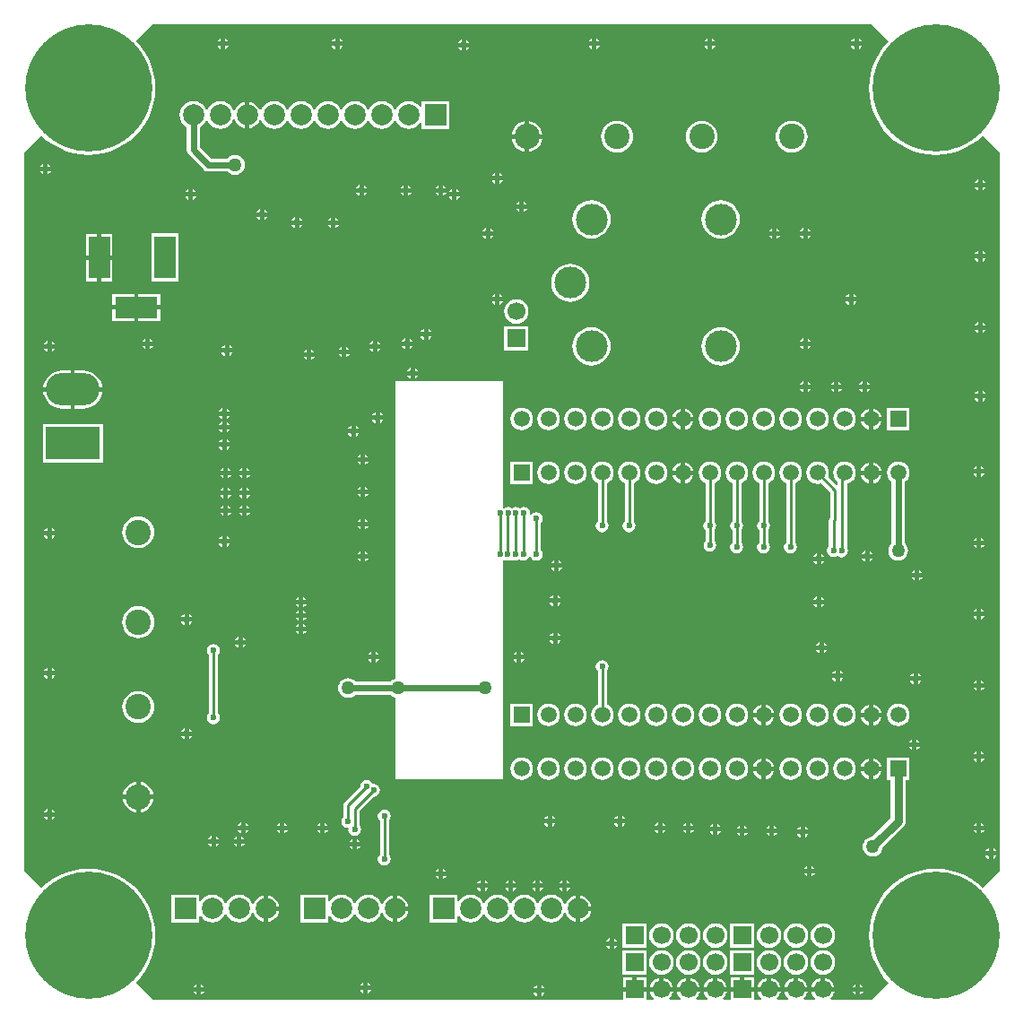
<source format=gbl>
G04*
G04 #@! TF.GenerationSoftware,Altium Limited,Altium Designer,21.0.3 (12)*
G04*
G04 Layer_Physical_Order=2*
G04 Layer_Color=16711680*
%FSLAX25Y25*%
%MOIN*%
G70*
G04*
G04 #@! TF.SameCoordinates,E6294E34-86D8-4D4B-B4CD-31F9D36B8334*
G04*
G04*
G04 #@! TF.FilePolarity,Positive*
G04*
G01*
G75*
%ADD10C,0.01000*%
%ADD84C,0.03150*%
%ADD85C,0.02362*%
%ADD88C,0.09449*%
%ADD89O,0.20000X0.12000*%
%ADD90R,0.20000X0.12000*%
%ADD91R,0.15748X0.07874*%
%ADD92R,0.07874X0.15748*%
%ADD93C,0.07874*%
%ADD94R,0.07874X0.07874*%
%ADD95C,0.11811*%
%ADD96R,0.06693X0.06693*%
%ADD97C,0.06693*%
%ADD98C,0.05906*%
%ADD99R,0.05906X0.05906*%
%ADD100R,0.06693X0.06693*%
%ADD101C,0.47244*%
%ADD102C,0.02362*%
%ADD103C,0.05000*%
G36*
X356413Y391541D02*
X354593Y389505D01*
X352981Y387233D01*
X351634Y384794D01*
X350568Y382221D01*
X349796Y379544D01*
X349330Y376797D01*
X349173Y374016D01*
X349330Y371234D01*
X349796Y368488D01*
X350568Y365811D01*
X351634Y363237D01*
X352981Y360799D01*
X354593Y358527D01*
X356450Y356450D01*
X358527Y354593D01*
X360799Y352981D01*
X363237Y351634D01*
X365811Y350568D01*
X368488Y349796D01*
X371234Y349330D01*
X374016Y349173D01*
X376797Y349330D01*
X379544Y349796D01*
X382221Y350568D01*
X384794Y351634D01*
X387233Y352981D01*
X389505Y354593D01*
X391541Y356413D01*
X397892Y350062D01*
Y82953D01*
X391570Y76631D01*
X389505Y78478D01*
X387233Y80090D01*
X384794Y81437D01*
X382221Y82503D01*
X379544Y83275D01*
X376797Y83741D01*
X374016Y83897D01*
X371234Y83741D01*
X368488Y83275D01*
X365811Y82503D01*
X363237Y81437D01*
X360799Y80090D01*
X358527Y78478D01*
X356450Y76621D01*
X354593Y74544D01*
X352981Y72272D01*
X351634Y69834D01*
X350568Y67260D01*
X349796Y64583D01*
X349330Y61837D01*
X349173Y59055D01*
X349330Y56274D01*
X349796Y53527D01*
X350568Y50850D01*
X351634Y48276D01*
X352981Y45838D01*
X354593Y43566D01*
X356439Y41500D01*
X350117Y35179D01*
X334981D01*
X334811Y35679D01*
X335100Y35900D01*
X335797Y36808D01*
X336235Y37865D01*
X336280Y38213D01*
X327720D01*
X327765Y37865D01*
X328203Y36808D01*
X328900Y35900D01*
X329189Y35679D01*
X329019Y35179D01*
X324981D01*
X324811Y35679D01*
X325100Y35900D01*
X325797Y36808D01*
X326235Y37865D01*
X326280Y38213D01*
X317720D01*
X317765Y37865D01*
X318203Y36808D01*
X318900Y35900D01*
X319189Y35679D01*
X319019Y35179D01*
X314981D01*
X314811Y35679D01*
X315100Y35900D01*
X315797Y36808D01*
X316235Y37865D01*
X316280Y38213D01*
X307720D01*
X307765Y37865D01*
X308203Y36808D01*
X308900Y35900D01*
X309189Y35679D01*
X309019Y35179D01*
X306347D01*
Y38213D01*
X297654D01*
Y35179D01*
X294981D01*
X294811Y35679D01*
X295100Y35900D01*
X295797Y36808D01*
X296235Y37865D01*
X296280Y38213D01*
X287720D01*
X287765Y37865D01*
X288203Y36808D01*
X288900Y35900D01*
X289189Y35679D01*
X289019Y35179D01*
X284981D01*
X284811Y35679D01*
X285100Y35900D01*
X285797Y36808D01*
X286235Y37865D01*
X286280Y38213D01*
X277720D01*
X277765Y37865D01*
X278203Y36808D01*
X278900Y35900D01*
X279189Y35679D01*
X279019Y35179D01*
X274981D01*
X274811Y35679D01*
X275100Y35900D01*
X275797Y36808D01*
X276235Y37865D01*
X276280Y38213D01*
X267720D01*
X267765Y37865D01*
X268203Y36808D01*
X268900Y35900D01*
X269189Y35679D01*
X269019Y35179D01*
X266347D01*
Y38213D01*
X257653D01*
Y35179D01*
X82854D01*
X76619Y41414D01*
X76621Y41489D01*
X78478Y43566D01*
X80090Y45838D01*
X81437Y48276D01*
X82503Y50850D01*
X83275Y53527D01*
X83741Y56274D01*
X83897Y59055D01*
X83741Y61837D01*
X83275Y64583D01*
X82503Y67260D01*
X81437Y69834D01*
X80090Y72272D01*
X78478Y74544D01*
X76621Y76621D01*
X74544Y78478D01*
X72272Y80090D01*
X69834Y81437D01*
X67260Y82503D01*
X64583Y83275D01*
X61837Y83741D01*
X59055Y83897D01*
X56274Y83741D01*
X53527Y83275D01*
X50850Y82503D01*
X48276Y81437D01*
X45838Y80090D01*
X43566Y78478D01*
X41489Y76621D01*
X41414Y76619D01*
X35179Y82855D01*
Y350161D01*
X41468Y356450D01*
X41489Y356450D01*
X43566Y354593D01*
X45838Y352981D01*
X48276Y351634D01*
X50850Y350568D01*
X53527Y349796D01*
X56274Y349330D01*
X59055Y349173D01*
X61837Y349330D01*
X64583Y349796D01*
X67260Y350568D01*
X69834Y351634D01*
X72272Y352981D01*
X74544Y354593D01*
X76621Y356450D01*
X78478Y358527D01*
X80090Y360799D01*
X81437Y363237D01*
X82503Y365811D01*
X83275Y368488D01*
X83741Y371234D01*
X83897Y374016D01*
X83741Y376797D01*
X83275Y379544D01*
X82503Y382221D01*
X81437Y384794D01*
X80090Y387233D01*
X78478Y389505D01*
X76621Y391582D01*
X76621Y391603D01*
X82910Y397892D01*
X350062D01*
X356413Y391541D01*
D02*
G37*
%LPC*%
G36*
X345287Y392567D02*
Y391287D01*
X346567D01*
X346555Y391351D01*
X346073Y392073D01*
X345351Y392555D01*
X345287Y392567D01*
D02*
G37*
G36*
X343713D02*
X343649Y392555D01*
X342928Y392073D01*
X342445Y391351D01*
X342433Y391287D01*
X343713D01*
Y392567D01*
D02*
G37*
G36*
X290787D02*
Y391287D01*
X292067D01*
X292055Y391351D01*
X291572Y392073D01*
X290851Y392555D01*
X290787Y392567D01*
D02*
G37*
G36*
X289213D02*
X289149Y392555D01*
X288427Y392073D01*
X287945Y391351D01*
X287933Y391287D01*
X289213D01*
Y392567D01*
D02*
G37*
G36*
X247787D02*
Y391287D01*
X249067D01*
X249055Y391351D01*
X248572Y392073D01*
X247851Y392555D01*
X247787Y392567D01*
D02*
G37*
G36*
X246213D02*
X246149Y392555D01*
X245427Y392073D01*
X244945Y391351D01*
X244933Y391287D01*
X246213D01*
Y392567D01*
D02*
G37*
G36*
X152287D02*
Y391287D01*
X153567D01*
X153554Y391351D01*
X153073Y392073D01*
X152351Y392555D01*
X152287Y392567D01*
D02*
G37*
G36*
X150713D02*
X150649Y392555D01*
X149927Y392073D01*
X149445Y391351D01*
X149433Y391287D01*
X150713D01*
Y392567D01*
D02*
G37*
G36*
X109787D02*
Y391287D01*
X111067D01*
X111055Y391351D01*
X110573Y392073D01*
X109851Y392555D01*
X109787Y392567D01*
D02*
G37*
G36*
X108213D02*
X108149Y392555D01*
X107428Y392073D01*
X106946Y391351D01*
X106933Y391287D01*
X108213D01*
Y392567D01*
D02*
G37*
G36*
X199287Y392067D02*
Y390787D01*
X200567D01*
X200554Y390851D01*
X200073Y391572D01*
X199351Y392055D01*
X199287Y392067D01*
D02*
G37*
G36*
X197713D02*
X197649Y392055D01*
X196927Y391572D01*
X196446Y390851D01*
X196433Y390787D01*
X197713D01*
Y392067D01*
D02*
G37*
G36*
X346567Y389713D02*
X345287D01*
Y388433D01*
X345351Y388445D01*
X346073Y388928D01*
X346555Y389649D01*
X346567Y389713D01*
D02*
G37*
G36*
X343713D02*
X342433D01*
X342445Y389649D01*
X342928Y388928D01*
X343649Y388445D01*
X343713Y388433D01*
Y389713D01*
D02*
G37*
G36*
X292067D02*
X290787D01*
Y388433D01*
X290851Y388445D01*
X291572Y388928D01*
X292055Y389649D01*
X292067Y389713D01*
D02*
G37*
G36*
X289213D02*
X287933D01*
X287945Y389649D01*
X288427Y388928D01*
X289149Y388445D01*
X289213Y388433D01*
Y389713D01*
D02*
G37*
G36*
X249067D02*
X247787D01*
Y388433D01*
X247851Y388445D01*
X248572Y388928D01*
X249055Y389649D01*
X249067Y389713D01*
D02*
G37*
G36*
X246213D02*
X244933D01*
X244945Y389649D01*
X245427Y388928D01*
X246149Y388445D01*
X246213Y388433D01*
Y389713D01*
D02*
G37*
G36*
X153567D02*
X152287D01*
Y388433D01*
X152351Y388445D01*
X153073Y388928D01*
X153554Y389649D01*
X153567Y389713D01*
D02*
G37*
G36*
X150713D02*
X149433D01*
X149445Y389649D01*
X149927Y388928D01*
X150649Y388445D01*
X150713Y388433D01*
Y389713D01*
D02*
G37*
G36*
X111067D02*
X109787D01*
Y388433D01*
X109851Y388445D01*
X110573Y388928D01*
X111055Y389649D01*
X111067Y389713D01*
D02*
G37*
G36*
X108213D02*
X106933D01*
X106946Y389649D01*
X107428Y388928D01*
X108149Y388445D01*
X108213Y388433D01*
Y389713D01*
D02*
G37*
G36*
X200567Y389213D02*
X199287D01*
Y387933D01*
X199351Y387945D01*
X200073Y388427D01*
X200554Y389149D01*
X200567Y389213D01*
D02*
G37*
G36*
X197713D02*
X196433D01*
X196446Y389149D01*
X196927Y388427D01*
X197649Y387945D01*
X197713Y387933D01*
Y389213D01*
D02*
G37*
G36*
X178000Y369162D02*
X176664Y368986D01*
X175419Y368471D01*
X174350Y367650D01*
X173529Y366581D01*
X173271Y365956D01*
X172729D01*
X172471Y366581D01*
X171650Y367650D01*
X170581Y368471D01*
X169336Y368986D01*
X168000Y369162D01*
X166664Y368986D01*
X165419Y368471D01*
X164350Y367650D01*
X163529Y366581D01*
X163271Y365956D01*
X162729D01*
X162471Y366581D01*
X161650Y367650D01*
X160581Y368471D01*
X159336Y368986D01*
X158000Y369162D01*
X156664Y368986D01*
X155419Y368471D01*
X154350Y367650D01*
X153529Y366581D01*
X153271Y365956D01*
X152729D01*
X152471Y366581D01*
X151650Y367650D01*
X150581Y368471D01*
X149336Y368986D01*
X148000Y369162D01*
X146664Y368986D01*
X145419Y368471D01*
X144350Y367650D01*
X143529Y366581D01*
X143271Y365956D01*
X142729D01*
X142471Y366581D01*
X141650Y367650D01*
X140581Y368471D01*
X139336Y368986D01*
X138000Y369162D01*
X136664Y368986D01*
X135419Y368471D01*
X134350Y367650D01*
X133529Y366581D01*
X133271Y365956D01*
X132729D01*
X132471Y366581D01*
X131650Y367650D01*
X130581Y368471D01*
X129336Y368986D01*
X128000Y369162D01*
X126664Y368986D01*
X125419Y368471D01*
X124350Y367650D01*
X123529Y366581D01*
X123173Y365720D01*
X122631Y365720D01*
X122312Y366490D01*
X121521Y367521D01*
X120490Y368313D01*
X119289Y368810D01*
X118787Y368876D01*
Y364000D01*
Y359124D01*
X119289Y359190D01*
X120490Y359687D01*
X121521Y360479D01*
X122312Y361510D01*
X122631Y362280D01*
X123173Y362280D01*
X123529Y361419D01*
X124350Y360350D01*
X125419Y359529D01*
X126664Y359014D01*
X128000Y358838D01*
X129336Y359014D01*
X130581Y359529D01*
X131650Y360350D01*
X132471Y361419D01*
X132729Y362044D01*
X133271D01*
X133529Y361419D01*
X134350Y360350D01*
X135419Y359529D01*
X136664Y359014D01*
X138000Y358838D01*
X139336Y359014D01*
X140581Y359529D01*
X141650Y360350D01*
X142471Y361419D01*
X142729Y362043D01*
X143271D01*
X143529Y361419D01*
X144350Y360350D01*
X145419Y359529D01*
X146664Y359014D01*
X148000Y358838D01*
X149336Y359014D01*
X150581Y359529D01*
X151650Y360350D01*
X152471Y361419D01*
X152729Y362043D01*
X153271D01*
X153529Y361419D01*
X154350Y360350D01*
X155419Y359529D01*
X156664Y359014D01*
X158000Y358838D01*
X159336Y359014D01*
X160581Y359529D01*
X161650Y360350D01*
X162471Y361419D01*
X162729Y362043D01*
X163271D01*
X163529Y361419D01*
X164350Y360350D01*
X165419Y359529D01*
X166664Y359014D01*
X168000Y358838D01*
X169336Y359014D01*
X170581Y359529D01*
X171650Y360350D01*
X172471Y361419D01*
X172729Y362043D01*
X173271D01*
X173529Y361419D01*
X174350Y360350D01*
X175419Y359529D01*
X176664Y359014D01*
X178000Y358838D01*
X179336Y359014D01*
X180581Y359529D01*
X181650Y360350D01*
X182382Y361303D01*
X182882Y361169D01*
Y358882D01*
X193118D01*
Y369118D01*
X182882D01*
Y366831D01*
X182382Y366697D01*
X181650Y367650D01*
X180581Y368471D01*
X179336Y368986D01*
X178000Y369162D01*
D02*
G37*
G36*
X108000D02*
X106664Y368986D01*
X105419Y368471D01*
X104350Y367650D01*
X103529Y366581D01*
X103271Y365956D01*
X102729D01*
X102471Y366581D01*
X101650Y367650D01*
X100581Y368471D01*
X99336Y368986D01*
X98000Y369162D01*
X96664Y368986D01*
X95419Y368471D01*
X94350Y367650D01*
X93529Y366581D01*
X93014Y365336D01*
X92838Y364000D01*
X93014Y362664D01*
X93529Y361419D01*
X94350Y360350D01*
X95419Y359529D01*
X95591Y359458D01*
Y351000D01*
X95775Y350078D01*
X96297Y349297D01*
X101797Y343797D01*
X102578Y343275D01*
X103500Y343092D01*
X110708D01*
X110875Y342875D01*
X111644Y342285D01*
X112539Y341914D01*
X113500Y341787D01*
X114461Y341914D01*
X115356Y342285D01*
X116125Y342875D01*
X116715Y343644D01*
X117086Y344539D01*
X117213Y345500D01*
X117086Y346461D01*
X116715Y347356D01*
X116125Y348125D01*
X115356Y348715D01*
X114461Y349086D01*
X113500Y349213D01*
X112539Y349086D01*
X111644Y348715D01*
X110875Y348125D01*
X110708Y347908D01*
X104498D01*
X100408Y351998D01*
Y359458D01*
X100581Y359529D01*
X101650Y360350D01*
X102471Y361419D01*
X102729Y362044D01*
X103271D01*
X103529Y361419D01*
X104350Y360350D01*
X105419Y359529D01*
X106664Y359014D01*
X108000Y358838D01*
X109336Y359014D01*
X110581Y359529D01*
X111650Y360350D01*
X112471Y361419D01*
X112827Y362280D01*
X113369D01*
X113688Y361510D01*
X114479Y360479D01*
X115510Y359687D01*
X116711Y359190D01*
X117213Y359124D01*
Y364000D01*
Y368876D01*
X116711Y368810D01*
X115510Y368313D01*
X114479Y367521D01*
X113688Y366490D01*
X113369Y365720D01*
X112827D01*
X112471Y366581D01*
X111650Y367650D01*
X110581Y368471D01*
X109336Y368986D01*
X108000Y369162D01*
D02*
G37*
G36*
X222787Y361670D02*
Y356787D01*
X227670D01*
X227577Y357494D01*
X227000Y358887D01*
X226083Y360083D01*
X224887Y361000D01*
X223494Y361577D01*
X222787Y361670D01*
D02*
G37*
G36*
X221213D02*
X220506Y361577D01*
X219113Y361000D01*
X217917Y360083D01*
X217000Y358887D01*
X216423Y357494D01*
X216330Y356787D01*
X221213D01*
Y361670D01*
D02*
G37*
G36*
X227670Y355213D02*
X222787D01*
Y350330D01*
X223494Y350423D01*
X224887Y351000D01*
X226083Y351917D01*
X227000Y353113D01*
X227577Y354506D01*
X227670Y355213D01*
D02*
G37*
G36*
X221213D02*
X216330D01*
X216423Y354506D01*
X217000Y353113D01*
X217917Y351917D01*
X219113Y351000D01*
X220506Y350423D01*
X221213Y350330D01*
Y355213D01*
D02*
G37*
G36*
X320425Y361934D02*
X319268Y361820D01*
X318154Y361482D01*
X317128Y360934D01*
X316229Y360196D01*
X315491Y359297D01*
X314943Y358271D01*
X314605Y357158D01*
X314491Y356000D01*
X314605Y354842D01*
X314943Y353729D01*
X315491Y352703D01*
X316229Y351804D01*
X317128Y351066D01*
X318154Y350518D01*
X319268Y350180D01*
X320425Y350066D01*
X321583Y350180D01*
X322696Y350518D01*
X323722Y351066D01*
X324621Y351804D01*
X325359Y352703D01*
X325907Y353729D01*
X326245Y354842D01*
X326359Y356000D01*
X326245Y357158D01*
X325907Y358271D01*
X325359Y359297D01*
X324621Y360196D01*
X323722Y360934D01*
X322696Y361482D01*
X321583Y361820D01*
X320425Y361934D01*
D02*
G37*
G36*
X286961D02*
X285803Y361820D01*
X284690Y361482D01*
X283664Y360934D01*
X282765Y360196D01*
X282027Y359297D01*
X281478Y358271D01*
X281140Y357158D01*
X281027Y356000D01*
X281140Y354842D01*
X281478Y353729D01*
X282027Y352703D01*
X282765Y351804D01*
X283664Y351066D01*
X284690Y350518D01*
X285803Y350180D01*
X286961Y350066D01*
X288118Y350180D01*
X289231Y350518D01*
X290257Y351066D01*
X291157Y351804D01*
X291895Y352703D01*
X292443Y353729D01*
X292781Y354842D01*
X292895Y356000D01*
X292781Y357158D01*
X292443Y358271D01*
X291895Y359297D01*
X291157Y360196D01*
X290257Y360934D01*
X289231Y361482D01*
X288118Y361820D01*
X286961Y361934D01*
D02*
G37*
G36*
X255465D02*
X254307Y361820D01*
X253194Y361482D01*
X252168Y360934D01*
X251269Y360196D01*
X250531Y359297D01*
X249982Y358271D01*
X249644Y357158D01*
X249531Y356000D01*
X249644Y354842D01*
X249982Y353729D01*
X250531Y352703D01*
X251269Y351804D01*
X252168Y351066D01*
X253194Y350518D01*
X254307Y350180D01*
X255465Y350066D01*
X256622Y350180D01*
X257735Y350518D01*
X258761Y351066D01*
X259661Y351804D01*
X260399Y352703D01*
X260947Y353729D01*
X261285Y354842D01*
X261399Y356000D01*
X261285Y357158D01*
X260947Y358271D01*
X260399Y359297D01*
X259661Y360196D01*
X258761Y360934D01*
X257735Y361482D01*
X256622Y361820D01*
X255465Y361934D01*
D02*
G37*
G36*
X43787Y346067D02*
Y344787D01*
X45067D01*
X45055Y344851D01*
X44572Y345572D01*
X43851Y346055D01*
X43787Y346067D01*
D02*
G37*
G36*
X42213D02*
X42149Y346055D01*
X41427Y345572D01*
X40945Y344851D01*
X40933Y344787D01*
X42213D01*
Y346067D01*
D02*
G37*
G36*
X45067Y343213D02*
X43787D01*
Y341933D01*
X43851Y341945D01*
X44572Y342427D01*
X45055Y343149D01*
X45067Y343213D01*
D02*
G37*
G36*
X42213D02*
X40933D01*
X40945Y343149D01*
X41427Y342427D01*
X42149Y341945D01*
X42213Y341933D01*
Y343213D01*
D02*
G37*
G36*
X211787Y342567D02*
Y341287D01*
X213067D01*
X213055Y341351D01*
X212573Y342073D01*
X211851Y342555D01*
X211787Y342567D01*
D02*
G37*
G36*
X210213D02*
X210149Y342555D01*
X209427Y342073D01*
X208945Y341351D01*
X208933Y341287D01*
X210213D01*
Y342567D01*
D02*
G37*
G36*
X391287Y340067D02*
Y338787D01*
X392567D01*
X392555Y338851D01*
X392073Y339573D01*
X391351Y340055D01*
X391287Y340067D01*
D02*
G37*
G36*
X389713D02*
X389649Y340055D01*
X388928Y339573D01*
X388445Y338851D01*
X388433Y338787D01*
X389713D01*
Y340067D01*
D02*
G37*
G36*
X213067Y339713D02*
X211787D01*
Y338433D01*
X211851Y338445D01*
X212573Y338928D01*
X213055Y339649D01*
X213067Y339713D01*
D02*
G37*
G36*
X210213D02*
X208933D01*
X208945Y339649D01*
X209427Y338928D01*
X210149Y338445D01*
X210213Y338433D01*
Y339713D01*
D02*
G37*
G36*
X190787Y338067D02*
Y336787D01*
X192067D01*
X192054Y336851D01*
X191572Y337573D01*
X190851Y338055D01*
X190787Y338067D01*
D02*
G37*
G36*
X189213D02*
X189149Y338055D01*
X188427Y337573D01*
X187945Y336851D01*
X187933Y336787D01*
X189213D01*
Y338067D01*
D02*
G37*
G36*
X177787D02*
Y336787D01*
X179067D01*
X179054Y336851D01*
X178572Y337573D01*
X177851Y338055D01*
X177787Y338067D01*
D02*
G37*
G36*
X176213D02*
X176149Y338055D01*
X175427Y337573D01*
X174945Y336851D01*
X174933Y336787D01*
X176213D01*
Y338067D01*
D02*
G37*
G36*
X161287D02*
Y336787D01*
X162567D01*
X162555Y336851D01*
X162073Y337573D01*
X161351Y338055D01*
X161287Y338067D01*
D02*
G37*
G36*
X159713D02*
X159649Y338055D01*
X158928Y337573D01*
X158446Y336851D01*
X158433Y336787D01*
X159713D01*
Y338067D01*
D02*
G37*
G36*
X392567Y337213D02*
X391287D01*
Y335933D01*
X391351Y335945D01*
X392073Y336427D01*
X392555Y337149D01*
X392567Y337213D01*
D02*
G37*
G36*
X389713D02*
X388433D01*
X388445Y337149D01*
X388928Y336427D01*
X389649Y335945D01*
X389713Y335933D01*
Y337213D01*
D02*
G37*
G36*
X195787Y336567D02*
Y335287D01*
X197067D01*
X197055Y335351D01*
X196572Y336072D01*
X195851Y336555D01*
X195787Y336567D01*
D02*
G37*
G36*
X194213D02*
X194149Y336555D01*
X193428Y336072D01*
X192946Y335351D01*
X192933Y335287D01*
X194213D01*
Y336567D01*
D02*
G37*
G36*
X97787D02*
Y335287D01*
X99067D01*
X99054Y335351D01*
X98572Y336072D01*
X97851Y336555D01*
X97787Y336567D01*
D02*
G37*
G36*
X96213D02*
X96149Y336555D01*
X95428Y336072D01*
X94946Y335351D01*
X94933Y335287D01*
X96213D01*
Y336567D01*
D02*
G37*
G36*
X192067Y335213D02*
X190787D01*
Y333933D01*
X190851Y333945D01*
X191572Y334427D01*
X192054Y335149D01*
X192067Y335213D01*
D02*
G37*
G36*
X189213D02*
X187933D01*
X187945Y335149D01*
X188427Y334427D01*
X189149Y333945D01*
X189213Y333933D01*
Y335213D01*
D02*
G37*
G36*
X179067D02*
X177787D01*
Y333933D01*
X177851Y333945D01*
X178572Y334427D01*
X179054Y335149D01*
X179067Y335213D01*
D02*
G37*
G36*
X176213D02*
X174933D01*
X174945Y335149D01*
X175427Y334427D01*
X176149Y333945D01*
X176213Y333933D01*
Y335213D01*
D02*
G37*
G36*
X162567D02*
X161287D01*
Y333933D01*
X161351Y333945D01*
X162073Y334427D01*
X162555Y335149D01*
X162567Y335213D01*
D02*
G37*
G36*
X159713D02*
X158433D01*
X158446Y335149D01*
X158928Y334427D01*
X159649Y333945D01*
X159713Y333933D01*
Y335213D01*
D02*
G37*
G36*
X99067Y333713D02*
X97787D01*
Y332433D01*
X97851Y332445D01*
X98572Y332927D01*
X99054Y333649D01*
X99067Y333713D01*
D02*
G37*
G36*
X96213D02*
X94933D01*
X94946Y333649D01*
X95428Y332927D01*
X96149Y332445D01*
X96213Y332433D01*
Y333713D01*
D02*
G37*
G36*
X197067D02*
X195787D01*
Y332433D01*
X195851Y332445D01*
X196572Y332927D01*
X197055Y333649D01*
X197067Y333713D01*
D02*
G37*
G36*
X194213D02*
X192933D01*
X192946Y333649D01*
X193428Y332927D01*
X194149Y332445D01*
X194213Y332433D01*
Y333713D01*
D02*
G37*
G36*
X220787Y332067D02*
Y330787D01*
X222067D01*
X222055Y330851D01*
X221572Y331573D01*
X220851Y332055D01*
X220787Y332067D01*
D02*
G37*
G36*
X219213D02*
X219149Y332055D01*
X218427Y331573D01*
X217945Y330851D01*
X217933Y330787D01*
X219213D01*
Y332067D01*
D02*
G37*
G36*
X222067Y329213D02*
X220787D01*
Y327933D01*
X220851Y327945D01*
X221572Y328428D01*
X222055Y329149D01*
X222067Y329213D01*
D02*
G37*
G36*
X219213D02*
X217933D01*
X217945Y329149D01*
X218427Y328428D01*
X219149Y327945D01*
X219213Y327933D01*
Y329213D01*
D02*
G37*
G36*
X124287Y329067D02*
Y327787D01*
X125567D01*
X125555Y327851D01*
X125073Y328573D01*
X124351Y329055D01*
X124287Y329067D01*
D02*
G37*
G36*
X122713D02*
X122649Y329055D01*
X121927Y328573D01*
X121446Y327851D01*
X121433Y327787D01*
X122713D01*
Y329067D01*
D02*
G37*
G36*
X125567Y326213D02*
X124287D01*
Y324933D01*
X124351Y324945D01*
X125073Y325428D01*
X125555Y326149D01*
X125567Y326213D01*
D02*
G37*
G36*
X122713D02*
X121433D01*
X121446Y326149D01*
X121927Y325428D01*
X122649Y324945D01*
X122713Y324933D01*
Y326213D01*
D02*
G37*
G36*
X150787Y326067D02*
Y324787D01*
X152067D01*
X152055Y324851D01*
X151573Y325572D01*
X150851Y326055D01*
X150787Y326067D01*
D02*
G37*
G36*
X149213D02*
X149149Y326055D01*
X148427Y325572D01*
X147945Y324851D01*
X147933Y324787D01*
X149213D01*
Y326067D01*
D02*
G37*
G36*
X137287D02*
Y324787D01*
X138567D01*
X138555Y324851D01*
X138073Y325572D01*
X137351Y326055D01*
X137287Y326067D01*
D02*
G37*
G36*
X135713D02*
X135649Y326055D01*
X134927Y325572D01*
X134446Y324851D01*
X134433Y324787D01*
X135713D01*
Y326067D01*
D02*
G37*
G36*
X152067Y323213D02*
X150787D01*
Y321933D01*
X150851Y321945D01*
X151573Y322428D01*
X152055Y323149D01*
X152067Y323213D01*
D02*
G37*
G36*
X149213D02*
X147933D01*
X147945Y323149D01*
X148427Y322428D01*
X149149Y321945D01*
X149213Y321933D01*
Y323213D01*
D02*
G37*
G36*
X138567D02*
X137287D01*
Y321933D01*
X137351Y321945D01*
X138073Y322428D01*
X138555Y323149D01*
X138567Y323213D01*
D02*
G37*
G36*
X135713D02*
X134433D01*
X134446Y323149D01*
X134927Y322428D01*
X135649Y321945D01*
X135713Y321933D01*
Y323213D01*
D02*
G37*
G36*
X326287Y322067D02*
Y320787D01*
X327567D01*
X327555Y320851D01*
X327073Y321572D01*
X326351Y322055D01*
X326287Y322067D01*
D02*
G37*
G36*
X324713D02*
X324649Y322055D01*
X323927Y321572D01*
X323445Y320851D01*
X323433Y320787D01*
X324713D01*
Y322067D01*
D02*
G37*
G36*
X314787D02*
Y320787D01*
X316067D01*
X316055Y320851D01*
X315573Y321572D01*
X314851Y322055D01*
X314787Y322067D01*
D02*
G37*
G36*
X313213D02*
X313149Y322055D01*
X312427Y321572D01*
X311945Y320851D01*
X311933Y320787D01*
X313213D01*
Y322067D01*
D02*
G37*
G36*
X208287D02*
Y320787D01*
X209567D01*
X209555Y320851D01*
X209072Y321572D01*
X208351Y322055D01*
X208287Y322067D01*
D02*
G37*
G36*
X206713D02*
X206649Y322055D01*
X205927Y321572D01*
X205445Y320851D01*
X205433Y320787D01*
X206713D01*
Y322067D01*
D02*
G37*
G36*
X294000Y332365D02*
X292611Y332228D01*
X291275Y331823D01*
X290044Y331165D01*
X288965Y330279D01*
X288079Y329200D01*
X287421Y327969D01*
X287016Y326633D01*
X286879Y325244D01*
X287016Y323855D01*
X287421Y322519D01*
X288079Y321288D01*
X288965Y320209D01*
X290044Y319323D01*
X291275Y318665D01*
X292611Y318260D01*
X294000Y318123D01*
X295389Y318260D01*
X296725Y318665D01*
X297956Y319323D01*
X299035Y320209D01*
X299921Y321288D01*
X300579Y322519D01*
X300984Y323855D01*
X301121Y325244D01*
X300984Y326633D01*
X300579Y327969D01*
X299921Y329200D01*
X299035Y330279D01*
X297956Y331165D01*
X296725Y331823D01*
X295389Y332228D01*
X294000Y332365D01*
D02*
G37*
G36*
X245969D02*
X244579Y332228D01*
X243243Y331823D01*
X242012Y331165D01*
X240933Y330279D01*
X240048Y329200D01*
X239390Y327969D01*
X238984Y326633D01*
X238848Y325244D01*
X238984Y323855D01*
X239390Y322519D01*
X240048Y321288D01*
X240933Y320209D01*
X242012Y319323D01*
X243243Y318665D01*
X244579Y318260D01*
X245969Y318123D01*
X247358Y318260D01*
X248694Y318665D01*
X249925Y319323D01*
X251004Y320209D01*
X251889Y321288D01*
X252547Y322519D01*
X252953Y323855D01*
X253089Y325244D01*
X252953Y326633D01*
X252547Y327969D01*
X251889Y329200D01*
X251004Y330279D01*
X249925Y331165D01*
X248694Y331823D01*
X247358Y332228D01*
X245969Y332365D01*
D02*
G37*
G36*
X327567Y319213D02*
X326287D01*
Y317933D01*
X326351Y317945D01*
X327073Y318427D01*
X327555Y319149D01*
X327567Y319213D01*
D02*
G37*
G36*
X324713D02*
X323433D01*
X323445Y319149D01*
X323927Y318427D01*
X324649Y317945D01*
X324713Y317933D01*
Y319213D01*
D02*
G37*
G36*
X316067D02*
X314787D01*
Y317933D01*
X314851Y317945D01*
X315573Y318427D01*
X316055Y319149D01*
X316067Y319213D01*
D02*
G37*
G36*
X313213D02*
X311933D01*
X311945Y319149D01*
X312427Y318427D01*
X313149Y317945D01*
X313213Y317933D01*
Y319213D01*
D02*
G37*
G36*
X209567D02*
X208287D01*
Y317933D01*
X208351Y317945D01*
X209072Y318427D01*
X209555Y319149D01*
X209567Y319213D01*
D02*
G37*
G36*
X206713D02*
X205433D01*
X205445Y319149D01*
X205927Y318427D01*
X206649Y317945D01*
X206713Y317933D01*
Y319213D01*
D02*
G37*
G36*
X391287Y313567D02*
Y312287D01*
X392567D01*
X392555Y312351D01*
X392073Y313072D01*
X391351Y313555D01*
X391287Y313567D01*
D02*
G37*
G36*
X389713D02*
X389649Y313555D01*
X388928Y313072D01*
X388445Y312351D01*
X388433Y312287D01*
X389713D01*
Y313567D01*
D02*
G37*
G36*
X67929Y319898D02*
X63779D01*
Y311811D01*
X67929D01*
Y319898D01*
D02*
G37*
G36*
X62205D02*
X58055D01*
Y311811D01*
X62205D01*
Y319898D01*
D02*
G37*
G36*
X392567Y310713D02*
X391287D01*
Y309433D01*
X391351Y309445D01*
X392073Y309928D01*
X392555Y310649D01*
X392567Y310713D01*
D02*
G37*
G36*
X389713D02*
X388433D01*
X388445Y310649D01*
X388928Y309928D01*
X389649Y309445D01*
X389713Y309433D01*
Y310713D01*
D02*
G37*
G36*
X67929Y310236D02*
X63779D01*
Y302150D01*
X67929D01*
Y310236D01*
D02*
G37*
G36*
X62205D02*
X58055D01*
Y302150D01*
X62205D01*
Y310236D01*
D02*
G37*
G36*
X92520Y320079D02*
X82284D01*
Y301969D01*
X92520D01*
Y320079D01*
D02*
G37*
G36*
X343287Y297567D02*
Y296287D01*
X344567D01*
X344555Y296351D01*
X344073Y297073D01*
X343351Y297555D01*
X343287Y297567D01*
D02*
G37*
G36*
X341713D02*
X341649Y297555D01*
X340928Y297073D01*
X340445Y296351D01*
X340433Y296287D01*
X341713D01*
Y297567D01*
D02*
G37*
G36*
X211787D02*
Y296287D01*
X213067D01*
X213055Y296351D01*
X212573Y297073D01*
X211851Y297555D01*
X211787Y297567D01*
D02*
G37*
G36*
X210213D02*
X210149Y297555D01*
X209427Y297073D01*
X208945Y296351D01*
X208933Y296287D01*
X210213D01*
Y297567D01*
D02*
G37*
G36*
X238094Y308743D02*
X236705Y308606D01*
X235369Y308201D01*
X234138Y307543D01*
X233059Y306657D01*
X232174Y305578D01*
X231516Y304347D01*
X231110Y303011D01*
X230974Y301622D01*
X231110Y300233D01*
X231516Y298897D01*
X232174Y297666D01*
X233059Y296587D01*
X234138Y295701D01*
X235369Y295043D01*
X236705Y294638D01*
X238094Y294501D01*
X239484Y294638D01*
X240820Y295043D01*
X242051Y295701D01*
X243130Y296587D01*
X244015Y297666D01*
X244673Y298897D01*
X245078Y300233D01*
X245215Y301622D01*
X245078Y303011D01*
X244673Y304347D01*
X244015Y305578D01*
X243130Y306657D01*
X242051Y307543D01*
X240820Y308201D01*
X239484Y308606D01*
X238094Y308743D01*
D02*
G37*
G36*
X344567Y294713D02*
X343287D01*
Y293433D01*
X343351Y293445D01*
X344073Y293928D01*
X344555Y294649D01*
X344567Y294713D01*
D02*
G37*
G36*
X341713D02*
X340433D01*
X340445Y294649D01*
X340928Y293928D01*
X341649Y293445D01*
X341713Y293433D01*
Y294713D01*
D02*
G37*
G36*
X213067D02*
X211787D01*
Y293433D01*
X211851Y293445D01*
X212573Y293928D01*
X213055Y294649D01*
X213067Y294713D01*
D02*
G37*
G36*
X210213D02*
X208933D01*
X208945Y294649D01*
X209427Y293928D01*
X210149Y293445D01*
X210213Y293433D01*
Y294713D01*
D02*
G37*
G36*
X85646Y297457D02*
X77559D01*
Y293307D01*
X85646D01*
Y297457D01*
D02*
G37*
G36*
X75984D02*
X67898D01*
Y293307D01*
X75984D01*
Y297457D01*
D02*
G37*
G36*
X85646Y291732D02*
X77559D01*
Y287583D01*
X85646D01*
Y291732D01*
D02*
G37*
G36*
X75984D02*
X67898D01*
Y287583D01*
X75984D01*
Y291732D01*
D02*
G37*
G36*
X218032Y295567D02*
X216850Y295411D01*
X215748Y294955D01*
X214802Y294229D01*
X214077Y293283D01*
X213620Y292182D01*
X213465Y291000D01*
X213620Y289818D01*
X214077Y288717D01*
X214802Y287771D01*
X215748Y287045D01*
X216850Y286589D01*
X218032Y286433D01*
X219213Y286589D01*
X220315Y287045D01*
X221261Y287771D01*
X221986Y288717D01*
X222443Y289818D01*
X222598Y291000D01*
X222443Y292182D01*
X221986Y293283D01*
X221261Y294229D01*
X220315Y294955D01*
X219213Y295411D01*
X218032Y295567D01*
D02*
G37*
G36*
X391287Y287067D02*
Y285787D01*
X392567D01*
X392555Y285851D01*
X392073Y286573D01*
X391351Y287055D01*
X391287Y287067D01*
D02*
G37*
G36*
X389713D02*
X389649Y287055D01*
X388928Y286573D01*
X388445Y285851D01*
X388433Y285787D01*
X389713D01*
Y287067D01*
D02*
G37*
G36*
X185287Y284567D02*
Y283287D01*
X186567D01*
X186555Y283351D01*
X186073Y284072D01*
X185351Y284555D01*
X185287Y284567D01*
D02*
G37*
G36*
X183713D02*
X183649Y284555D01*
X182928Y284072D01*
X182446Y283351D01*
X182433Y283287D01*
X183713D01*
Y284567D01*
D02*
G37*
G36*
X392567Y284213D02*
X391287D01*
Y282933D01*
X391351Y282945D01*
X392073Y283428D01*
X392555Y284149D01*
X392567Y284213D01*
D02*
G37*
G36*
X389713D02*
X388433D01*
X388445Y284149D01*
X388928Y283428D01*
X389649Y282945D01*
X389713Y282933D01*
Y284213D01*
D02*
G37*
G36*
X186567Y281713D02*
X185287D01*
Y280433D01*
X185351Y280445D01*
X186073Y280927D01*
X186555Y281649D01*
X186567Y281713D01*
D02*
G37*
G36*
X183713D02*
X182433D01*
X182446Y281649D01*
X182928Y280927D01*
X183649Y280445D01*
X183713Y280433D01*
Y281713D01*
D02*
G37*
G36*
X326287Y281067D02*
Y279787D01*
X327567D01*
X327555Y279851D01*
X327073Y280573D01*
X326351Y281055D01*
X326287Y281067D01*
D02*
G37*
G36*
X324713D02*
X324649Y281055D01*
X323927Y280573D01*
X323445Y279851D01*
X323433Y279787D01*
X324713D01*
Y281067D01*
D02*
G37*
G36*
X178287D02*
Y279787D01*
X179567D01*
X179554Y279851D01*
X179072Y280573D01*
X178351Y281055D01*
X178287Y281067D01*
D02*
G37*
G36*
X176713D02*
X176649Y281055D01*
X175927Y280573D01*
X175445Y279851D01*
X175433Y279787D01*
X176713D01*
Y281067D01*
D02*
G37*
G36*
X81787D02*
Y279787D01*
X83067D01*
X83055Y279851D01*
X82573Y280573D01*
X81851Y281055D01*
X81787Y281067D01*
D02*
G37*
G36*
X80213D02*
X80149Y281055D01*
X79427Y280573D01*
X78945Y279851D01*
X78933Y279787D01*
X80213D01*
Y281067D01*
D02*
G37*
G36*
X166287Y280067D02*
Y278787D01*
X167567D01*
X167554Y278851D01*
X167072Y279573D01*
X166351Y280055D01*
X166287Y280067D01*
D02*
G37*
G36*
X164713D02*
X164649Y280055D01*
X163927Y279573D01*
X163445Y278851D01*
X163433Y278787D01*
X164713D01*
Y280067D01*
D02*
G37*
G36*
X45287D02*
Y278787D01*
X46567D01*
X46555Y278851D01*
X46073Y279573D01*
X45351Y280055D01*
X45287Y280067D01*
D02*
G37*
G36*
X43713D02*
X43649Y280055D01*
X42928Y279573D01*
X42445Y278851D01*
X42433Y278787D01*
X43713D01*
Y280067D01*
D02*
G37*
G36*
X111287Y278567D02*
Y277287D01*
X112567D01*
X112555Y277351D01*
X112073Y278073D01*
X111351Y278555D01*
X111287Y278567D01*
D02*
G37*
G36*
X109713D02*
X109649Y278555D01*
X108928Y278073D01*
X108446Y277351D01*
X108433Y277287D01*
X109713D01*
Y278567D01*
D02*
G37*
G36*
X83067Y278213D02*
X81787D01*
Y276933D01*
X81851Y276945D01*
X82573Y277428D01*
X83055Y278149D01*
X83067Y278213D01*
D02*
G37*
G36*
X80213D02*
X78933D01*
X78945Y278149D01*
X79427Y277428D01*
X80149Y276945D01*
X80213Y276933D01*
Y278213D01*
D02*
G37*
G36*
X327567D02*
X326287D01*
Y276933D01*
X326351Y276945D01*
X327073Y277428D01*
X327555Y278149D01*
X327567Y278213D01*
D02*
G37*
G36*
X324713D02*
X323433D01*
X323445Y278149D01*
X323927Y277428D01*
X324649Y276945D01*
X324713Y276933D01*
Y278213D01*
D02*
G37*
G36*
X179567D02*
X178287D01*
Y276933D01*
X178351Y276945D01*
X179072Y277428D01*
X179554Y278149D01*
X179567Y278213D01*
D02*
G37*
G36*
X176713D02*
X175433D01*
X175445Y278149D01*
X175927Y277428D01*
X176649Y276945D01*
X176713Y276933D01*
Y278213D01*
D02*
G37*
G36*
X154787Y278067D02*
Y276787D01*
X156067D01*
X156054Y276851D01*
X155572Y277572D01*
X154851Y278055D01*
X154787Y278067D01*
D02*
G37*
G36*
X153213D02*
X153149Y278055D01*
X152427Y277572D01*
X151945Y276851D01*
X151933Y276787D01*
X153213D01*
Y278067D01*
D02*
G37*
G36*
X222559Y285528D02*
X213504D01*
Y276472D01*
X222559D01*
Y285528D01*
D02*
G37*
G36*
X167567Y277213D02*
X166287D01*
Y275933D01*
X166351Y275945D01*
X167072Y276428D01*
X167554Y277149D01*
X167567Y277213D01*
D02*
G37*
G36*
X164713D02*
X163433D01*
X163445Y277149D01*
X163927Y276428D01*
X164649Y275945D01*
X164713Y275933D01*
Y277213D01*
D02*
G37*
G36*
X46567D02*
X45287D01*
Y275933D01*
X45351Y275945D01*
X46073Y276428D01*
X46555Y277149D01*
X46567Y277213D01*
D02*
G37*
G36*
X43713D02*
X42433D01*
X42445Y277149D01*
X42928Y276428D01*
X43649Y275945D01*
X43713Y275933D01*
Y277213D01*
D02*
G37*
G36*
X141787Y277067D02*
Y275787D01*
X143067D01*
X143054Y275851D01*
X142572Y276572D01*
X141851Y277055D01*
X141787Y277067D01*
D02*
G37*
G36*
X140213D02*
X140149Y277055D01*
X139427Y276572D01*
X138945Y275851D01*
X138933Y275787D01*
X140213D01*
Y277067D01*
D02*
G37*
G36*
X112567Y275713D02*
X111287D01*
Y274433D01*
X111351Y274445D01*
X112073Y274927D01*
X112555Y275649D01*
X112567Y275713D01*
D02*
G37*
G36*
X109713D02*
X108433D01*
X108446Y275649D01*
X108928Y274927D01*
X109649Y274445D01*
X109713Y274433D01*
Y275713D01*
D02*
G37*
G36*
X156067Y275213D02*
X154787D01*
Y273933D01*
X154851Y273945D01*
X155572Y274428D01*
X156054Y275149D01*
X156067Y275213D01*
D02*
G37*
G36*
X153213D02*
X151933D01*
X151945Y275149D01*
X152427Y274428D01*
X153149Y273945D01*
X153213Y273933D01*
Y275213D01*
D02*
G37*
G36*
X143067Y274213D02*
X141787D01*
Y272933D01*
X141851Y272945D01*
X142572Y273428D01*
X143054Y274149D01*
X143067Y274213D01*
D02*
G37*
G36*
X140213D02*
X138933D01*
X138945Y274149D01*
X139427Y273428D01*
X140149Y272945D01*
X140213Y272933D01*
Y274213D01*
D02*
G37*
G36*
X294000Y285121D02*
X292611Y284984D01*
X291275Y284579D01*
X290044Y283921D01*
X288965Y283035D01*
X288079Y281956D01*
X287421Y280725D01*
X287016Y279389D01*
X286879Y278000D01*
X287016Y276611D01*
X287421Y275275D01*
X288079Y274044D01*
X288965Y272965D01*
X290044Y272079D01*
X291275Y271421D01*
X292611Y271016D01*
X294000Y270879D01*
X295389Y271016D01*
X296725Y271421D01*
X297956Y272079D01*
X299035Y272965D01*
X299921Y274044D01*
X300579Y275275D01*
X300984Y276611D01*
X301121Y278000D01*
X300984Y279389D01*
X300579Y280725D01*
X299921Y281956D01*
X299035Y283035D01*
X297956Y283921D01*
X296725Y284579D01*
X295389Y284984D01*
X294000Y285121D01*
D02*
G37*
G36*
X245969D02*
X244579Y284984D01*
X243243Y284579D01*
X242012Y283921D01*
X240933Y283035D01*
X240048Y281956D01*
X239390Y280725D01*
X238984Y279389D01*
X238848Y278000D01*
X238984Y276611D01*
X239390Y275275D01*
X240048Y274044D01*
X240933Y272965D01*
X242012Y272079D01*
X243243Y271421D01*
X244579Y271016D01*
X245969Y270879D01*
X247358Y271016D01*
X248694Y271421D01*
X249925Y272079D01*
X251004Y272965D01*
X251889Y274044D01*
X252547Y275275D01*
X252953Y276611D01*
X253089Y278000D01*
X252953Y279389D01*
X252547Y280725D01*
X251889Y281956D01*
X251004Y283035D01*
X249925Y283921D01*
X248694Y284579D01*
X247358Y284984D01*
X245969Y285121D01*
D02*
G37*
G36*
X180287Y270067D02*
Y268787D01*
X181567D01*
X181554Y268851D01*
X181072Y269572D01*
X180351Y270055D01*
X180287Y270067D01*
D02*
G37*
G36*
X178713D02*
X178649Y270055D01*
X177927Y269572D01*
X177445Y268851D01*
X177433Y268787D01*
X178713D01*
Y270067D01*
D02*
G37*
G36*
X181567Y267213D02*
X180287D01*
Y265933D01*
X180351Y265945D01*
X181072Y266427D01*
X181554Y267149D01*
X181567Y267213D01*
D02*
G37*
G36*
X178713D02*
X177433D01*
X177445Y267149D01*
X177927Y266427D01*
X178649Y265945D01*
X178713Y265933D01*
Y267213D01*
D02*
G37*
G36*
X348287Y265067D02*
Y263787D01*
X349567D01*
X349555Y263851D01*
X349073Y264573D01*
X348351Y265055D01*
X348287Y265067D01*
D02*
G37*
G36*
X346713D02*
X346649Y265055D01*
X345928Y264573D01*
X345445Y263851D01*
X345433Y263787D01*
X346713D01*
Y265067D01*
D02*
G37*
G36*
X337787D02*
Y263787D01*
X339067D01*
X339055Y263851D01*
X338573Y264573D01*
X337851Y265055D01*
X337787Y265067D01*
D02*
G37*
G36*
X336213D02*
X336149Y265055D01*
X335427Y264573D01*
X334945Y263851D01*
X334933Y263787D01*
X336213D01*
Y265067D01*
D02*
G37*
G36*
X326287D02*
Y263787D01*
X327567D01*
X327555Y263851D01*
X327073Y264573D01*
X326351Y265055D01*
X326287Y265067D01*
D02*
G37*
G36*
X324713D02*
X324649Y265055D01*
X323927Y264573D01*
X323445Y263851D01*
X323433Y263787D01*
X324713D01*
Y265067D01*
D02*
G37*
G36*
X57150Y269002D02*
X53937D01*
Y262756D01*
X64106D01*
X64048Y263341D01*
X63648Y264660D01*
X62998Y265876D01*
X62123Y266942D01*
X61057Y267817D01*
X59841Y268467D01*
X58522Y268867D01*
X57150Y269002D01*
D02*
G37*
G36*
X52362D02*
X49150D01*
X47777Y268867D01*
X46458Y268467D01*
X45242Y267817D01*
X44176Y266942D01*
X43301Y265876D01*
X42651Y264660D01*
X42251Y263341D01*
X42193Y262756D01*
X52362D01*
Y269002D01*
D02*
G37*
G36*
X349567Y262213D02*
X348287D01*
Y260933D01*
X348351Y260945D01*
X349073Y261427D01*
X349555Y262149D01*
X349567Y262213D01*
D02*
G37*
G36*
X346713D02*
X345433D01*
X345445Y262149D01*
X345928Y261427D01*
X346649Y260945D01*
X346713Y260933D01*
Y262213D01*
D02*
G37*
G36*
X339067D02*
X337787D01*
Y260933D01*
X337851Y260945D01*
X338573Y261427D01*
X339055Y262149D01*
X339067Y262213D01*
D02*
G37*
G36*
X336213D02*
X334933D01*
X334945Y262149D01*
X335427Y261427D01*
X336149Y260945D01*
X336213Y260933D01*
Y262213D01*
D02*
G37*
G36*
X327567D02*
X326287D01*
Y260933D01*
X326351Y260945D01*
X327073Y261427D01*
X327555Y262149D01*
X327567Y262213D01*
D02*
G37*
G36*
X324713D02*
X323433D01*
X323445Y262149D01*
X323927Y261427D01*
X324649Y260945D01*
X324713Y260933D01*
Y262213D01*
D02*
G37*
G36*
X391287Y261567D02*
Y260287D01*
X392567D01*
X392555Y260351D01*
X392073Y261072D01*
X391351Y261555D01*
X391287Y261567D01*
D02*
G37*
G36*
X389713D02*
X389649Y261555D01*
X388928Y261072D01*
X388445Y260351D01*
X388433Y260287D01*
X389713D01*
Y261567D01*
D02*
G37*
G36*
X392567Y258713D02*
X391287D01*
Y257433D01*
X391351Y257445D01*
X392073Y257927D01*
X392555Y258649D01*
X392567Y258713D01*
D02*
G37*
G36*
X389713D02*
X388433D01*
X388445Y258649D01*
X388928Y257927D01*
X389649Y257445D01*
X389713Y257433D01*
Y258713D01*
D02*
G37*
G36*
X64106Y261181D02*
X53937D01*
Y254935D01*
X57150D01*
X58522Y255070D01*
X59841Y255470D01*
X61057Y256120D01*
X62123Y256995D01*
X62998Y258061D01*
X63648Y259277D01*
X64048Y260596D01*
X64106Y261181D01*
D02*
G37*
G36*
X52362D02*
X42193D01*
X42251Y260596D01*
X42651Y259277D01*
X43301Y258061D01*
X44176Y256995D01*
X45242Y256120D01*
X46458Y255470D01*
X47777Y255070D01*
X49150Y254935D01*
X52362D01*
Y261181D01*
D02*
G37*
G36*
X110287Y255067D02*
Y253787D01*
X111567D01*
X111555Y253851D01*
X111073Y254573D01*
X110351Y255055D01*
X110287Y255067D01*
D02*
G37*
G36*
X108713D02*
X108649Y255055D01*
X107928Y254573D01*
X107446Y253851D01*
X107433Y253787D01*
X108713D01*
Y255067D01*
D02*
G37*
G36*
X167287Y253567D02*
Y252287D01*
X168567D01*
X168554Y252351D01*
X168072Y253073D01*
X167351Y253555D01*
X167287Y253567D01*
D02*
G37*
G36*
X165713D02*
X165649Y253555D01*
X164927Y253073D01*
X164445Y252351D01*
X164433Y252287D01*
X165713D01*
Y253567D01*
D02*
G37*
G36*
X280787Y254883D02*
Y251787D01*
X283883D01*
X283851Y252032D01*
X283453Y252993D01*
X282819Y253819D01*
X281993Y254453D01*
X281032Y254851D01*
X280787Y254883D01*
D02*
G37*
G36*
X350787D02*
Y251787D01*
X353883D01*
X353851Y252032D01*
X353453Y252993D01*
X352819Y253819D01*
X351993Y254453D01*
X351032Y254851D01*
X350787Y254883D01*
D02*
G37*
G36*
X349213Y254883D02*
X348968Y254851D01*
X348007Y254453D01*
X347181Y253819D01*
X346547Y252993D01*
X346149Y252032D01*
X346117Y251787D01*
X349213D01*
Y254883D01*
D02*
G37*
G36*
X279213Y254883D02*
X278968Y254851D01*
X278007Y254453D01*
X277181Y253819D01*
X276547Y252993D01*
X276149Y252032D01*
X276117Y251787D01*
X279213D01*
Y254883D01*
D02*
G37*
G36*
X111567Y252213D02*
X110287D01*
Y250933D01*
X110351Y250945D01*
X111073Y251428D01*
X111555Y252149D01*
X111567Y252213D01*
D02*
G37*
G36*
X108713D02*
X107433D01*
X107446Y252149D01*
X107928Y251428D01*
X108649Y250945D01*
X108713Y250933D01*
Y252213D01*
D02*
G37*
G36*
X168567Y250713D02*
X167287D01*
Y249433D01*
X167351Y249445D01*
X168072Y249927D01*
X168554Y250649D01*
X168567Y250713D01*
D02*
G37*
G36*
X165713D02*
X164433D01*
X164445Y250649D01*
X164927Y249927D01*
X165649Y249445D01*
X165713Y249433D01*
Y250713D01*
D02*
G37*
G36*
X110287Y250067D02*
Y248787D01*
X111567D01*
X111555Y248851D01*
X111073Y249572D01*
X110351Y250055D01*
X110287Y250067D01*
D02*
G37*
G36*
X108713D02*
X108649Y250055D01*
X107928Y249572D01*
X107446Y248851D01*
X107433Y248787D01*
X108713D01*
Y250067D01*
D02*
G37*
G36*
X158287Y248567D02*
Y247287D01*
X159567D01*
X159555Y247351D01*
X159072Y248073D01*
X158351Y248555D01*
X158287Y248567D01*
D02*
G37*
G36*
X156713D02*
X156649Y248555D01*
X155928Y248073D01*
X155446Y247351D01*
X155433Y247287D01*
X156713D01*
Y248567D01*
D02*
G37*
G36*
X349213Y250213D02*
X346117D01*
X346149Y249968D01*
X346547Y249007D01*
X347181Y248181D01*
X348007Y247547D01*
X348968Y247149D01*
X349213Y247117D01*
Y250213D01*
D02*
G37*
G36*
X283883D02*
X280787D01*
Y247117D01*
X281032Y247149D01*
X281993Y247547D01*
X282819Y248181D01*
X283453Y249007D01*
X283851Y249968D01*
X283883Y250213D01*
D02*
G37*
G36*
X279213D02*
X276117D01*
X276149Y249968D01*
X276547Y249007D01*
X277181Y248181D01*
X278007Y247547D01*
X278968Y247149D01*
X279213Y247117D01*
Y250213D01*
D02*
G37*
G36*
X353883D02*
X350787D01*
Y247117D01*
X351032Y247149D01*
X351993Y247547D01*
X352819Y248181D01*
X353453Y249007D01*
X353851Y249968D01*
X353883Y250213D01*
D02*
G37*
G36*
X364134Y255134D02*
X355866D01*
Y246866D01*
X364134D01*
Y255134D01*
D02*
G37*
G36*
X320000Y255170D02*
X318921Y255028D01*
X317915Y254611D01*
X317052Y253948D01*
X316389Y253085D01*
X315972Y252079D01*
X315830Y251000D01*
X315972Y249921D01*
X316389Y248915D01*
X317052Y248052D01*
X317915Y247389D01*
X318921Y246973D01*
X320000Y246831D01*
X321079Y246973D01*
X322085Y247389D01*
X322948Y248052D01*
X323611Y248915D01*
X324027Y249921D01*
X324169Y251000D01*
X324027Y252079D01*
X323611Y253085D01*
X322948Y253948D01*
X322085Y254611D01*
X321079Y255028D01*
X320000Y255170D01*
D02*
G37*
G36*
X260000D02*
X258921Y255028D01*
X257915Y254611D01*
X257052Y253948D01*
X256389Y253085D01*
X255973Y252079D01*
X255831Y251000D01*
X255973Y249921D01*
X256389Y248915D01*
X257052Y248052D01*
X257915Y247389D01*
X258921Y246973D01*
X260000Y246831D01*
X261079Y246973D01*
X262085Y247389D01*
X262948Y248052D01*
X263611Y248915D01*
X264027Y249921D01*
X264170Y251000D01*
X264027Y252079D01*
X263611Y253085D01*
X262948Y253948D01*
X262085Y254611D01*
X261079Y255028D01*
X260000Y255170D01*
D02*
G37*
G36*
X230000D02*
X228921Y255028D01*
X227915Y254611D01*
X227052Y253948D01*
X226389Y253085D01*
X225973Y252079D01*
X225831Y251000D01*
X225973Y249921D01*
X226389Y248915D01*
X227052Y248052D01*
X227915Y247389D01*
X228921Y246973D01*
X230000Y246831D01*
X231079Y246973D01*
X232085Y247389D01*
X232948Y248052D01*
X233611Y248915D01*
X234027Y249921D01*
X234170Y251000D01*
X234027Y252079D01*
X233611Y253085D01*
X232948Y253948D01*
X232085Y254611D01*
X231079Y255028D01*
X230000Y255170D01*
D02*
G37*
G36*
X340000Y255170D02*
X338921Y255027D01*
X337915Y254611D01*
X337052Y253948D01*
X336389Y253085D01*
X335972Y252079D01*
X335830Y251000D01*
X335972Y249921D01*
X336389Y248915D01*
X337052Y248052D01*
X337915Y247389D01*
X338921Y246973D01*
X340000Y246831D01*
X341079Y246973D01*
X342085Y247389D01*
X342948Y248052D01*
X343611Y248915D01*
X344027Y249921D01*
X344169Y251000D01*
X344027Y252079D01*
X343611Y253085D01*
X342948Y253948D01*
X342085Y254611D01*
X341079Y255027D01*
X340000Y255170D01*
D02*
G37*
G36*
X330000D02*
X328921Y255027D01*
X327915Y254611D01*
X327052Y253948D01*
X326389Y253085D01*
X325973Y252079D01*
X325831Y251000D01*
X325973Y249921D01*
X326389Y248915D01*
X327052Y248052D01*
X327915Y247389D01*
X328921Y246973D01*
X330000Y246831D01*
X331079Y246973D01*
X332085Y247389D01*
X332948Y248052D01*
X333611Y248915D01*
X334027Y249921D01*
X334170Y251000D01*
X334027Y252079D01*
X333611Y253085D01*
X332948Y253948D01*
X332085Y254611D01*
X331079Y255027D01*
X330000Y255170D01*
D02*
G37*
G36*
X300000D02*
X298921Y255027D01*
X297915Y254611D01*
X297052Y253948D01*
X296389Y253085D01*
X295972Y252079D01*
X295830Y251000D01*
X295972Y249921D01*
X296389Y248915D01*
X297052Y248052D01*
X297915Y247389D01*
X298921Y246973D01*
X300000Y246831D01*
X301079Y246973D01*
X302085Y247389D01*
X302948Y248052D01*
X303611Y248915D01*
X304027Y249921D01*
X304170Y251000D01*
X304027Y252079D01*
X303611Y253085D01*
X302948Y253948D01*
X302085Y254611D01*
X301079Y255027D01*
X300000Y255170D01*
D02*
G37*
G36*
X290000D02*
X288921Y255027D01*
X287915Y254611D01*
X287052Y253948D01*
X286389Y253085D01*
X285973Y252079D01*
X285830Y251000D01*
X285973Y249921D01*
X286389Y248915D01*
X287052Y248052D01*
X287915Y247389D01*
X288921Y246973D01*
X290000Y246831D01*
X291079Y246973D01*
X292085Y247389D01*
X292948Y248052D01*
X293611Y248915D01*
X294027Y249921D01*
X294169Y251000D01*
X294027Y252079D01*
X293611Y253085D01*
X292948Y253948D01*
X292085Y254611D01*
X291079Y255027D01*
X290000Y255170D01*
D02*
G37*
G36*
X270000D02*
X268921Y255027D01*
X267915Y254611D01*
X267052Y253948D01*
X266389Y253085D01*
X265972Y252079D01*
X265830Y251000D01*
X265972Y249921D01*
X266389Y248915D01*
X267052Y248052D01*
X267915Y247389D01*
X268921Y246973D01*
X270000Y246831D01*
X271079Y246973D01*
X272085Y247389D01*
X272948Y248052D01*
X273611Y248915D01*
X274027Y249921D01*
X274169Y251000D01*
X274027Y252079D01*
X273611Y253085D01*
X272948Y253948D01*
X272085Y254611D01*
X271079Y255027D01*
X270000Y255170D01*
D02*
G37*
G36*
X250000D02*
X248921Y255027D01*
X247915Y254611D01*
X247052Y253948D01*
X246389Y253085D01*
X245972Y252079D01*
X245830Y251000D01*
X245972Y249921D01*
X246389Y248915D01*
X247052Y248052D01*
X247915Y247389D01*
X248921Y246973D01*
X250000Y246831D01*
X251079Y246973D01*
X252085Y247389D01*
X252948Y248052D01*
X253611Y248915D01*
X254027Y249921D01*
X254170Y251000D01*
X254027Y252079D01*
X253611Y253085D01*
X252948Y253948D01*
X252085Y254611D01*
X251079Y255027D01*
X250000Y255170D01*
D02*
G37*
G36*
X240000D02*
X238921Y255027D01*
X237915Y254611D01*
X237052Y253948D01*
X236389Y253085D01*
X235973Y252079D01*
X235830Y251000D01*
X235973Y249921D01*
X236389Y248915D01*
X237052Y248052D01*
X237915Y247389D01*
X238921Y246973D01*
X240000Y246831D01*
X241079Y246973D01*
X242085Y247389D01*
X242948Y248052D01*
X243611Y248915D01*
X244027Y249921D01*
X244169Y251000D01*
X244027Y252079D01*
X243611Y253085D01*
X242948Y253948D01*
X242085Y254611D01*
X241079Y255027D01*
X240000Y255170D01*
D02*
G37*
G36*
X310000Y255170D02*
X308921Y255027D01*
X307915Y254611D01*
X307052Y253948D01*
X306389Y253085D01*
X305973Y252079D01*
X305831Y251000D01*
X305973Y249921D01*
X306389Y248915D01*
X307052Y248052D01*
X307915Y247389D01*
X308921Y246972D01*
X310000Y246831D01*
X311079Y246972D01*
X312085Y247389D01*
X312948Y248052D01*
X313611Y248915D01*
X314027Y249921D01*
X314170Y251000D01*
X314027Y252079D01*
X313611Y253085D01*
X312948Y253948D01*
X312085Y254611D01*
X311079Y255027D01*
X310000Y255170D01*
D02*
G37*
G36*
X220000D02*
X218921Y255027D01*
X217915Y254611D01*
X217052Y253948D01*
X216389Y253085D01*
X215972Y252079D01*
X215830Y251000D01*
X215972Y249921D01*
X216389Y248915D01*
X217052Y248052D01*
X217915Y247389D01*
X218921Y246972D01*
X220000Y246831D01*
X221079Y246972D01*
X222085Y247389D01*
X222948Y248052D01*
X223611Y248915D01*
X224027Y249921D01*
X224169Y251000D01*
X224027Y252079D01*
X223611Y253085D01*
X222948Y253948D01*
X222085Y254611D01*
X221079Y255027D01*
X220000Y255170D01*
D02*
G37*
G36*
X111567Y247213D02*
X110287D01*
Y245933D01*
X110351Y245945D01*
X111073Y246427D01*
X111555Y247149D01*
X111567Y247213D01*
D02*
G37*
G36*
X108713D02*
X107433D01*
X107446Y247149D01*
X107928Y246427D01*
X108649Y245945D01*
X108713Y245933D01*
Y247213D01*
D02*
G37*
G36*
X159567Y245713D02*
X158287D01*
Y244433D01*
X158351Y244445D01*
X159072Y244928D01*
X159555Y245649D01*
X159567Y245713D01*
D02*
G37*
G36*
X156713D02*
X155433D01*
X155446Y245649D01*
X155928Y244928D01*
X156649Y244445D01*
X156713Y244433D01*
Y245713D01*
D02*
G37*
G36*
X110287Y243567D02*
Y242287D01*
X111567D01*
X111555Y242351D01*
X111073Y243073D01*
X110351Y243555D01*
X110287Y243567D01*
D02*
G37*
G36*
X108713D02*
X108649Y243555D01*
X107928Y243073D01*
X107446Y242351D01*
X107433Y242287D01*
X108713D01*
Y243567D01*
D02*
G37*
G36*
X111567Y240713D02*
X110287D01*
Y239433D01*
X110351Y239445D01*
X111073Y239928D01*
X111555Y240649D01*
X111567Y240713D01*
D02*
G37*
G36*
X108713D02*
X107433D01*
X107446Y240649D01*
X107928Y239928D01*
X108649Y239445D01*
X108713Y239433D01*
Y240713D01*
D02*
G37*
G36*
X161787Y238067D02*
Y236787D01*
X163067D01*
X163055Y236851D01*
X162573Y237573D01*
X161851Y238055D01*
X161787Y238067D01*
D02*
G37*
G36*
X160213D02*
X160149Y238055D01*
X159427Y237573D01*
X158946Y236851D01*
X158933Y236787D01*
X160213D01*
Y238067D01*
D02*
G37*
G36*
X64331Y249150D02*
X41969D01*
Y234787D01*
X64331D01*
Y249150D01*
D02*
G37*
G36*
X163067Y235213D02*
X161787D01*
Y233933D01*
X161851Y233945D01*
X162573Y234427D01*
X163055Y235149D01*
X163067Y235213D01*
D02*
G37*
G36*
X160213D02*
X158933D01*
X158946Y235149D01*
X159427Y234427D01*
X160149Y233945D01*
X160213Y233933D01*
Y235213D01*
D02*
G37*
G36*
X390787Y233567D02*
Y232287D01*
X392067D01*
X392055Y232351D01*
X391572Y233072D01*
X390851Y233555D01*
X390787Y233567D01*
D02*
G37*
G36*
X389213D02*
X389149Y233555D01*
X388427Y233072D01*
X387945Y232351D01*
X387933Y232287D01*
X389213D01*
Y233567D01*
D02*
G37*
G36*
X280787Y234883D02*
Y231787D01*
X283883D01*
X283851Y232032D01*
X283453Y232993D01*
X282819Y233819D01*
X281993Y234453D01*
X281032Y234851D01*
X280787Y234883D01*
D02*
G37*
G36*
X279213D02*
X278968Y234851D01*
X278007Y234453D01*
X277181Y233819D01*
X276547Y232993D01*
X276149Y232032D01*
X276117Y231787D01*
X279213D01*
Y234883D01*
D02*
G37*
G36*
X117787Y233067D02*
Y231787D01*
X119067D01*
X119054Y231851D01*
X118572Y232573D01*
X117851Y233055D01*
X117787Y233067D01*
D02*
G37*
G36*
X116213D02*
X116149Y233055D01*
X115427Y232573D01*
X114945Y231851D01*
X114933Y231787D01*
X116213D01*
Y233067D01*
D02*
G37*
G36*
X110787D02*
Y231787D01*
X112067D01*
X112055Y231851D01*
X111573Y232573D01*
X110851Y233055D01*
X110787Y233067D01*
D02*
G37*
G36*
X109213D02*
X109149Y233055D01*
X108428Y232573D01*
X107946Y231851D01*
X107933Y231787D01*
X109213D01*
Y233067D01*
D02*
G37*
G36*
X350787Y234883D02*
Y231787D01*
X353883D01*
X353851Y232032D01*
X353453Y232993D01*
X352819Y233819D01*
X351993Y234453D01*
X351032Y234851D01*
X350787Y234883D01*
D02*
G37*
G36*
X349213D02*
X348968Y234851D01*
X348007Y234453D01*
X347181Y233819D01*
X346547Y232993D01*
X346149Y232032D01*
X346117Y231787D01*
X349213D01*
Y234883D01*
D02*
G37*
G36*
X392067Y230713D02*
X390787D01*
Y229433D01*
X390851Y229445D01*
X391572Y229927D01*
X392055Y230649D01*
X392067Y230713D01*
D02*
G37*
G36*
X389213D02*
X387933D01*
X387945Y230649D01*
X388427Y229927D01*
X389149Y229445D01*
X389213Y229433D01*
Y230713D01*
D02*
G37*
G36*
X119067Y230213D02*
X117787D01*
Y228933D01*
X117851Y228945D01*
X118572Y229428D01*
X119054Y230149D01*
X119067Y230213D01*
D02*
G37*
G36*
X116213D02*
X114933D01*
X114945Y230149D01*
X115427Y229428D01*
X116149Y228945D01*
X116213Y228933D01*
Y230213D01*
D02*
G37*
G36*
X112067D02*
X110787D01*
Y228933D01*
X110851Y228945D01*
X111573Y229428D01*
X112055Y230149D01*
X112067Y230213D01*
D02*
G37*
G36*
X109213D02*
X107933D01*
X107946Y230149D01*
X108428Y229428D01*
X109149Y228945D01*
X109213Y228933D01*
Y230213D01*
D02*
G37*
G36*
X283883D02*
X280787D01*
Y227117D01*
X281032Y227149D01*
X281993Y227547D01*
X282819Y228181D01*
X283453Y229007D01*
X283851Y229968D01*
X283883Y230213D01*
D02*
G37*
G36*
X279213D02*
X276117D01*
X276149Y229968D01*
X276547Y229007D01*
X277181Y228181D01*
X278007Y227547D01*
X278968Y227149D01*
X279213Y227117D01*
Y230213D01*
D02*
G37*
G36*
X353883Y230213D02*
X350787D01*
Y227117D01*
X351032Y227149D01*
X351993Y227547D01*
X352819Y228181D01*
X353453Y229007D01*
X353851Y229968D01*
X353883Y230213D01*
D02*
G37*
G36*
X349213D02*
X346117D01*
X346149Y229968D01*
X346547Y229007D01*
X347181Y228181D01*
X348007Y227547D01*
X348968Y227149D01*
X349213Y227117D01*
Y230213D01*
D02*
G37*
G36*
X224134Y235134D02*
X215866D01*
Y226866D01*
X224134D01*
Y235134D01*
D02*
G37*
G36*
X270000Y235170D02*
X268921Y235027D01*
X267915Y234611D01*
X267052Y233948D01*
X266389Y233085D01*
X265973Y232079D01*
X265830Y231000D01*
X265973Y229921D01*
X266389Y228915D01*
X267052Y228052D01*
X267915Y227389D01*
X268921Y226973D01*
X270000Y226831D01*
X271079Y226973D01*
X272085Y227389D01*
X272948Y228052D01*
X273611Y228915D01*
X274027Y229921D01*
X274169Y231000D01*
X274027Y232079D01*
X273611Y233085D01*
X272948Y233948D01*
X272085Y234611D01*
X271079Y235027D01*
X270000Y235170D01*
D02*
G37*
G36*
X240000D02*
X238921Y235027D01*
X237915Y234611D01*
X237052Y233948D01*
X236389Y233085D01*
X235973Y232079D01*
X235830Y231000D01*
X235973Y229921D01*
X236389Y228915D01*
X237052Y228052D01*
X237915Y227389D01*
X238921Y226973D01*
X240000Y226831D01*
X241079Y226973D01*
X242085Y227389D01*
X242948Y228052D01*
X243611Y228915D01*
X244027Y229921D01*
X244169Y231000D01*
X244027Y232079D01*
X243611Y233085D01*
X242948Y233948D01*
X242085Y234611D01*
X241079Y235027D01*
X240000Y235170D01*
D02*
G37*
G36*
X230000D02*
X228921Y235027D01*
X227915Y234611D01*
X227052Y233948D01*
X226389Y233085D01*
X225973Y232079D01*
X225831Y231000D01*
X225973Y229921D01*
X226389Y228915D01*
X227052Y228052D01*
X227915Y227389D01*
X228921Y226973D01*
X230000Y226831D01*
X231079Y226973D01*
X232085Y227389D01*
X232948Y228052D01*
X233611Y228915D01*
X234027Y229921D01*
X234170Y231000D01*
X234027Y232079D01*
X233611Y233085D01*
X232948Y233948D01*
X232085Y234611D01*
X231079Y235027D01*
X230000Y235170D01*
D02*
G37*
G36*
X340000D02*
X338921Y235027D01*
X337915Y234611D01*
X337052Y233948D01*
X336389Y233085D01*
X335973Y232079D01*
X335830Y231000D01*
X335973Y229921D01*
X336389Y228915D01*
X337052Y228052D01*
X337547Y227672D01*
Y226531D01*
X337085Y226339D01*
X333874Y229550D01*
X334028Y229921D01*
X334170Y231000D01*
X334028Y232079D01*
X333611Y233085D01*
X332948Y233948D01*
X332085Y234611D01*
X331079Y235027D01*
X330000Y235170D01*
X328921Y235027D01*
X327915Y234611D01*
X327052Y233948D01*
X326389Y233085D01*
X325973Y232079D01*
X325831Y231000D01*
X325973Y229921D01*
X326389Y228915D01*
X327052Y228052D01*
X327915Y227389D01*
X328921Y226973D01*
X330000Y226831D01*
X331079Y226973D01*
X331450Y227126D01*
X334744Y223832D01*
Y214436D01*
X334374Y213882D01*
X334244Y213227D01*
Y203729D01*
X333733Y202964D01*
X333549Y202042D01*
X333733Y201121D01*
X334255Y200339D01*
X335036Y199817D01*
X335958Y199634D01*
X336879Y199817D01*
X337447Y200197D01*
X338078Y199775D01*
X339000Y199592D01*
X339922Y199775D01*
X340703Y200297D01*
X341225Y201078D01*
X341408Y202000D01*
X341225Y202922D01*
X340975Y203297D01*
Y226959D01*
X341079Y226973D01*
X342085Y227389D01*
X342948Y228052D01*
X343611Y228915D01*
X344027Y229921D01*
X344169Y231000D01*
X344027Y232079D01*
X343611Y233085D01*
X342948Y233948D01*
X342085Y234611D01*
X341079Y235027D01*
X340000Y235170D01*
D02*
G37*
G36*
X161787Y226067D02*
Y224787D01*
X163067D01*
X163055Y224851D01*
X162573Y225572D01*
X161851Y226055D01*
X161787Y226067D01*
D02*
G37*
G36*
X160213D02*
X160149Y226055D01*
X159427Y225572D01*
X158946Y224851D01*
X158933Y224787D01*
X160213D01*
Y226067D01*
D02*
G37*
G36*
X117787Y225567D02*
Y224287D01*
X119067D01*
X119054Y224351D01*
X118572Y225073D01*
X117851Y225555D01*
X117787Y225567D01*
D02*
G37*
G36*
X116213D02*
X116149Y225555D01*
X115427Y225073D01*
X114945Y224351D01*
X114933Y224287D01*
X116213D01*
Y225567D01*
D02*
G37*
G36*
X110787D02*
Y224287D01*
X112067D01*
X112055Y224351D01*
X111573Y225073D01*
X110851Y225555D01*
X110787Y225567D01*
D02*
G37*
G36*
X109213D02*
X109149Y225555D01*
X108428Y225073D01*
X107946Y224351D01*
X107933Y224287D01*
X109213D01*
Y225567D01*
D02*
G37*
G36*
X163067Y223213D02*
X161787D01*
Y221933D01*
X161851Y221945D01*
X162573Y222428D01*
X163055Y223149D01*
X163067Y223213D01*
D02*
G37*
G36*
X160213D02*
X158933D01*
X158946Y223149D01*
X159427Y222428D01*
X160149Y221945D01*
X160213Y221933D01*
Y223213D01*
D02*
G37*
G36*
X119067Y222713D02*
X117787D01*
Y221433D01*
X117851Y221445D01*
X118572Y221927D01*
X119054Y222649D01*
X119067Y222713D01*
D02*
G37*
G36*
X116213D02*
X114933D01*
X114945Y222649D01*
X115427Y221927D01*
X116149Y221445D01*
X116213Y221433D01*
Y222713D01*
D02*
G37*
G36*
X112067D02*
X110787D01*
Y221433D01*
X110851Y221445D01*
X111573Y221927D01*
X112055Y222649D01*
X112067Y222713D01*
D02*
G37*
G36*
X109213D02*
X107933D01*
X107946Y222649D01*
X108428Y221927D01*
X109149Y221445D01*
X109213Y221433D01*
Y222713D01*
D02*
G37*
G36*
X117787Y219067D02*
Y217787D01*
X119067D01*
X119054Y217851D01*
X118572Y218572D01*
X117851Y219055D01*
X117787Y219067D01*
D02*
G37*
G36*
X116213D02*
X116149Y219055D01*
X115427Y218572D01*
X114945Y217851D01*
X114933Y217787D01*
X116213D01*
Y219067D01*
D02*
G37*
G36*
X110787D02*
Y217787D01*
X112067D01*
X112055Y217851D01*
X111573Y218572D01*
X110851Y219055D01*
X110787Y219067D01*
D02*
G37*
G36*
X109213D02*
X109149Y219055D01*
X108428Y218572D01*
X107946Y217851D01*
X107933Y217787D01*
X109213D01*
Y219067D01*
D02*
G37*
G36*
X119067Y216213D02*
X117787D01*
Y214933D01*
X117851Y214945D01*
X118572Y215427D01*
X119054Y216149D01*
X119067Y216213D01*
D02*
G37*
G36*
X116213D02*
X114933D01*
X114945Y216149D01*
X115427Y215427D01*
X116149Y214945D01*
X116213Y214933D01*
Y216213D01*
D02*
G37*
G36*
X112067D02*
X110787D01*
Y214933D01*
X110851Y214945D01*
X111573Y215427D01*
X112055Y216149D01*
X112067Y216213D01*
D02*
G37*
G36*
X109213D02*
X107933D01*
X107946Y216149D01*
X108428Y215427D01*
X109149Y214945D01*
X109213Y214933D01*
Y216213D01*
D02*
G37*
G36*
X161787Y214067D02*
Y212787D01*
X163067D01*
X163055Y212851D01*
X162573Y213573D01*
X161851Y214055D01*
X161787Y214067D01*
D02*
G37*
G36*
X160213D02*
X160149Y214055D01*
X159427Y213573D01*
X158946Y212851D01*
X158933Y212787D01*
X160213D01*
Y214067D01*
D02*
G37*
G36*
X163067Y211213D02*
X161787D01*
Y209933D01*
X161851Y209945D01*
X162573Y210427D01*
X163055Y211149D01*
X163067Y211213D01*
D02*
G37*
G36*
X160213D02*
X158933D01*
X158946Y211149D01*
X159427Y210427D01*
X160149Y209945D01*
X160213Y209933D01*
Y211213D01*
D02*
G37*
G36*
X45287Y210567D02*
Y209287D01*
X46567D01*
X46555Y209351D01*
X46073Y210072D01*
X45351Y210555D01*
X45287Y210567D01*
D02*
G37*
G36*
X43713D02*
X43649Y210555D01*
X42928Y210072D01*
X42445Y209351D01*
X42433Y209287D01*
X43713D01*
Y210567D01*
D02*
G37*
G36*
X260000Y235170D02*
X258921Y235027D01*
X257915Y234611D01*
X257052Y233948D01*
X256389Y233085D01*
X255973Y232079D01*
X255831Y231000D01*
X255973Y229921D01*
X256389Y228915D01*
X257052Y228052D01*
X257915Y227389D01*
X258286Y227236D01*
Y213005D01*
X257775Y212241D01*
X257592Y211319D01*
X257775Y210397D01*
X258297Y209616D01*
X259078Y209094D01*
X260000Y208910D01*
X260922Y209094D01*
X261703Y209616D01*
X262225Y210397D01*
X262408Y211319D01*
X262225Y212241D01*
X261714Y213005D01*
Y227236D01*
X262085Y227389D01*
X262948Y228052D01*
X263611Y228915D01*
X264028Y229921D01*
X264170Y231000D01*
X264028Y232079D01*
X263611Y233085D01*
X262948Y233948D01*
X262085Y234611D01*
X261079Y235027D01*
X260000Y235170D01*
D02*
G37*
G36*
X250000Y235170D02*
X248921Y235027D01*
X247915Y234611D01*
X247052Y233948D01*
X246389Y233085D01*
X245973Y232079D01*
X245830Y231000D01*
X245973Y229921D01*
X246389Y228915D01*
X247052Y228052D01*
X247915Y227389D01*
X248286Y227236D01*
Y213005D01*
X247775Y212241D01*
X247591Y211319D01*
X247775Y210397D01*
X248297Y209616D01*
X249078Y209094D01*
X250000Y208910D01*
X250922Y209094D01*
X251703Y209616D01*
X252225Y210397D01*
X252409Y211319D01*
X252225Y212241D01*
X251714Y213005D01*
Y227236D01*
X252085Y227389D01*
X252948Y228052D01*
X253611Y228915D01*
X254027Y229921D01*
X254170Y231000D01*
X254027Y232079D01*
X253611Y233085D01*
X252948Y233948D01*
X252085Y234611D01*
X251079Y235027D01*
X250000Y235170D01*
D02*
G37*
G36*
X46567Y207713D02*
X45287D01*
Y206433D01*
X45351Y206445D01*
X46073Y206927D01*
X46555Y207649D01*
X46567Y207713D01*
D02*
G37*
G36*
X43713D02*
X42433D01*
X42445Y207649D01*
X42928Y206927D01*
X43649Y206445D01*
X43713Y206433D01*
Y207713D01*
D02*
G37*
G36*
X110287Y207567D02*
Y206287D01*
X111567D01*
X111555Y206351D01*
X111073Y207072D01*
X110351Y207555D01*
X110287Y207567D01*
D02*
G37*
G36*
X108713D02*
X108649Y207555D01*
X107928Y207072D01*
X107446Y206351D01*
X107433Y206287D01*
X108713D01*
Y207567D01*
D02*
G37*
G36*
X390787Y207067D02*
Y205787D01*
X392067D01*
X392055Y205851D01*
X391572Y206573D01*
X390851Y207055D01*
X390787Y207067D01*
D02*
G37*
G36*
X389213D02*
X389149Y207055D01*
X388427Y206573D01*
X387945Y205851D01*
X387933Y205787D01*
X389213D01*
Y207067D01*
D02*
G37*
G36*
X111567Y204713D02*
X110287D01*
Y203433D01*
X110351Y203446D01*
X111073Y203927D01*
X111555Y204649D01*
X111567Y204713D01*
D02*
G37*
G36*
X108713D02*
X107433D01*
X107446Y204649D01*
X107928Y203927D01*
X108649Y203446D01*
X108713Y203433D01*
Y204713D01*
D02*
G37*
G36*
X77500Y214859D02*
X76342Y214745D01*
X75229Y214408D01*
X74203Y213859D01*
X73304Y213121D01*
X72566Y212222D01*
X72018Y211196D01*
X71680Y210083D01*
X71566Y208925D01*
X71680Y207768D01*
X72018Y206654D01*
X72566Y205628D01*
X73304Y204729D01*
X74203Y203991D01*
X75229Y203443D01*
X76342Y203105D01*
X77500Y202991D01*
X78658Y203105D01*
X79771Y203443D01*
X80797Y203991D01*
X81696Y204729D01*
X82434Y205628D01*
X82982Y206654D01*
X83320Y207768D01*
X83434Y208925D01*
X83320Y210083D01*
X82982Y211196D01*
X82434Y212222D01*
X81696Y213121D01*
X80797Y213859D01*
X79771Y214408D01*
X78658Y214745D01*
X77500Y214859D01*
D02*
G37*
G36*
X392067Y204213D02*
X390787D01*
Y202933D01*
X390851Y202945D01*
X391572Y203428D01*
X392055Y204149D01*
X392067Y204213D01*
D02*
G37*
G36*
X389213D02*
X387933D01*
X387945Y204149D01*
X388427Y203428D01*
X389149Y202945D01*
X389213Y202933D01*
Y204213D01*
D02*
G37*
G36*
X290000Y235170D02*
X288921Y235027D01*
X287915Y234611D01*
X287052Y233948D01*
X286389Y233085D01*
X285972Y232079D01*
X285830Y231000D01*
X285972Y229921D01*
X286389Y228915D01*
X287052Y228052D01*
X287915Y227389D01*
X288286Y227236D01*
Y213005D01*
X287775Y212241D01*
X287592Y211319D01*
X287775Y210397D01*
X288296Y209617D01*
Y205709D01*
X287795Y204959D01*
X287611Y204038D01*
X287795Y203116D01*
X288317Y202335D01*
X289098Y201813D01*
X290020Y201629D01*
X290942Y201813D01*
X291723Y202335D01*
X292245Y203116D01*
X292428Y204038D01*
X292245Y204959D01*
X291724Y205739D01*
Y209647D01*
X292225Y210397D01*
X292408Y211319D01*
X292225Y212241D01*
X291714Y213005D01*
Y227236D01*
X292085Y227389D01*
X292948Y228052D01*
X293611Y228915D01*
X294027Y229921D01*
X294169Y231000D01*
X294027Y232079D01*
X293611Y233085D01*
X292948Y233948D01*
X292085Y234611D01*
X291079Y235027D01*
X290000Y235170D01*
D02*
G37*
G36*
X320000D02*
X318921Y235027D01*
X317915Y234611D01*
X317052Y233948D01*
X316389Y233085D01*
X315973Y232079D01*
X315830Y231000D01*
X315973Y229921D01*
X316389Y228915D01*
X317052Y228052D01*
X317915Y227389D01*
X318286Y227236D01*
Y205187D01*
X317775Y204422D01*
X317592Y203500D01*
X317775Y202578D01*
X318297Y201797D01*
X319078Y201275D01*
X320000Y201092D01*
X320922Y201275D01*
X321703Y201797D01*
X322225Y202578D01*
X322409Y203500D01*
X322225Y204422D01*
X321714Y205187D01*
Y227236D01*
X322085Y227389D01*
X322948Y228052D01*
X323611Y228915D01*
X324027Y229921D01*
X324169Y231000D01*
X324027Y232079D01*
X323611Y233085D01*
X322948Y233948D01*
X322085Y234611D01*
X321079Y235027D01*
X320000Y235170D01*
D02*
G37*
G36*
X310000D02*
X308921Y235027D01*
X307915Y234611D01*
X307052Y233948D01*
X306389Y233085D01*
X305973Y232079D01*
X305831Y231000D01*
X305973Y229921D01*
X306389Y228915D01*
X307052Y228052D01*
X307915Y227389D01*
X308286Y227236D01*
Y213005D01*
X307775Y212241D01*
X307592Y211319D01*
X307775Y210397D01*
X308286Y209632D01*
Y205187D01*
X307775Y204422D01*
X307592Y203500D01*
X307775Y202578D01*
X308297Y201797D01*
X309078Y201275D01*
X310000Y201092D01*
X310922Y201275D01*
X311703Y201797D01*
X312225Y202578D01*
X312408Y203500D01*
X312225Y204422D01*
X311714Y205187D01*
Y209632D01*
X312225Y210397D01*
X312408Y211319D01*
X312225Y212241D01*
X311714Y213005D01*
Y227236D01*
X312085Y227389D01*
X312948Y228052D01*
X313611Y228915D01*
X314027Y229921D01*
X314170Y231000D01*
X314027Y232079D01*
X313611Y233085D01*
X312948Y233948D01*
X312085Y234611D01*
X311079Y235027D01*
X310000Y235170D01*
D02*
G37*
G36*
X300000D02*
X298921Y235027D01*
X297915Y234611D01*
X297052Y233948D01*
X296389Y233085D01*
X295973Y232079D01*
X295830Y231000D01*
X295973Y229921D01*
X296389Y228915D01*
X297052Y228052D01*
X297915Y227389D01*
X298286Y227236D01*
Y213005D01*
X297775Y212241D01*
X297591Y211319D01*
X297775Y210397D01*
X298286Y209632D01*
Y205187D01*
X297775Y204422D01*
X297591Y203500D01*
X297775Y202578D01*
X298297Y201797D01*
X299078Y201275D01*
X300000Y201092D01*
X300922Y201275D01*
X301703Y201797D01*
X302225Y202578D01*
X302409Y203500D01*
X302225Y204422D01*
X301714Y205187D01*
Y209632D01*
X302225Y210397D01*
X302409Y211319D01*
X302225Y212241D01*
X301714Y213005D01*
Y227236D01*
X302085Y227389D01*
X302948Y228052D01*
X303611Y228915D01*
X304027Y229921D01*
X304170Y231000D01*
X304027Y232079D01*
X303611Y233085D01*
X302948Y233948D01*
X302085Y234611D01*
X301079Y235027D01*
X300000Y235170D01*
D02*
G37*
G36*
X349287Y202067D02*
Y200787D01*
X350567D01*
X350555Y200851D01*
X350073Y201572D01*
X349351Y202055D01*
X349287Y202067D01*
D02*
G37*
G36*
X347713D02*
X347649Y202055D01*
X346927Y201572D01*
X346445Y200851D01*
X346433Y200787D01*
X347713D01*
Y202067D01*
D02*
G37*
G36*
X161787D02*
Y200787D01*
X163067D01*
X163055Y200851D01*
X162573Y201572D01*
X161851Y202055D01*
X161787Y202067D01*
D02*
G37*
G36*
X160213D02*
X160149Y202055D01*
X159427Y201572D01*
X158946Y200851D01*
X158933Y200787D01*
X160213D01*
Y202067D01*
D02*
G37*
G36*
X331287Y201067D02*
Y199787D01*
X332567D01*
X332555Y199851D01*
X332072Y200572D01*
X331351Y201055D01*
X331287Y201067D01*
D02*
G37*
G36*
X329713D02*
X329649Y201055D01*
X328927Y200572D01*
X328445Y199851D01*
X328433Y199787D01*
X329713D01*
Y201067D01*
D02*
G37*
G36*
X213000Y265000D02*
X173000D01*
Y154570D01*
X172144Y154215D01*
X171375Y153625D01*
X171206Y153405D01*
X158294D01*
X158125Y153625D01*
X157356Y154215D01*
X156461Y154586D01*
X155500Y154713D01*
X154539Y154586D01*
X153644Y154215D01*
X152875Y153625D01*
X152285Y152856D01*
X151914Y151961D01*
X151787Y151000D01*
X151914Y150039D01*
X152285Y149144D01*
X152875Y148375D01*
X153644Y147785D01*
X154539Y147414D01*
X155500Y147287D01*
X156461Y147414D01*
X157356Y147785D01*
X158125Y148375D01*
X158289Y148588D01*
X171211D01*
X171375Y148375D01*
X172144Y147785D01*
X173000Y147430D01*
Y117000D01*
X213000D01*
Y198652D01*
X213423Y198934D01*
X213932Y198594D01*
X214854Y198410D01*
X215776Y198594D01*
X216289Y198937D01*
X216803Y198594D01*
X217725Y198410D01*
X218646Y198594D01*
X219175Y198947D01*
X219703Y198594D01*
X220624Y198410D01*
X221546Y198594D01*
X222327Y199116D01*
X222784Y199800D01*
X223010Y199845D01*
X223114D01*
X223340Y199800D01*
X223797Y199116D01*
X224578Y198594D01*
X225500Y198410D01*
X226422Y198594D01*
X227203Y199116D01*
X227725Y199897D01*
X227908Y200819D01*
X227725Y201741D01*
X227214Y202505D01*
Y212313D01*
X227725Y213078D01*
X227908Y214000D01*
X227725Y214922D01*
X227203Y215703D01*
X226422Y216225D01*
X225500Y216408D01*
X224578Y216225D01*
X223797Y215703D01*
X223493Y215248D01*
X223022Y215443D01*
X223133Y216000D01*
X222950Y216922D01*
X222427Y217703D01*
X221646Y218225D01*
X220724Y218408D01*
X219803Y218225D01*
X219293Y217885D01*
X218784Y218225D01*
X217862Y218408D01*
X216940Y218225D01*
X216431Y217885D01*
X215922Y218225D01*
X215000Y218408D01*
X214078Y218225D01*
X213569Y217885D01*
X213059Y218225D01*
X213000Y218237D01*
Y265000D01*
D02*
G37*
G36*
X360000Y235170D02*
X358921Y235027D01*
X357915Y234611D01*
X357052Y233948D01*
X356389Y233085D01*
X355973Y232079D01*
X355831Y231000D01*
X355973Y229921D01*
X356389Y228915D01*
X357052Y228052D01*
X357592Y227638D01*
Y204792D01*
X357375Y204625D01*
X356785Y203856D01*
X356414Y202961D01*
X356287Y202000D01*
X356414Y201039D01*
X356785Y200144D01*
X357375Y199375D01*
X358144Y198785D01*
X359039Y198414D01*
X360000Y198287D01*
X360961Y198414D01*
X361856Y198785D01*
X362625Y199375D01*
X363215Y200144D01*
X363586Y201039D01*
X363713Y202000D01*
X363586Y202961D01*
X363215Y203856D01*
X362625Y204625D01*
X362408Y204792D01*
Y227638D01*
X362948Y228052D01*
X363611Y228915D01*
X364027Y229921D01*
X364170Y231000D01*
X364027Y232079D01*
X363611Y233085D01*
X362948Y233948D01*
X362085Y234611D01*
X361079Y235027D01*
X360000Y235170D01*
D02*
G37*
G36*
X350567Y199213D02*
X349287D01*
Y197933D01*
X349351Y197945D01*
X350073Y198427D01*
X350555Y199149D01*
X350567Y199213D01*
D02*
G37*
G36*
X347713D02*
X346433D01*
X346445Y199149D01*
X346927Y198427D01*
X347649Y197945D01*
X347713Y197933D01*
Y199213D01*
D02*
G37*
G36*
X163067D02*
X161787D01*
Y197933D01*
X161851Y197945D01*
X162573Y198427D01*
X163055Y199149D01*
X163067Y199213D01*
D02*
G37*
G36*
X160213D02*
X158933D01*
X158946Y199149D01*
X159427Y198427D01*
X160149Y197945D01*
X160213Y197933D01*
Y199213D01*
D02*
G37*
G36*
X233787Y198567D02*
Y197287D01*
X235067D01*
X235055Y197351D01*
X234573Y198073D01*
X233851Y198555D01*
X233787Y198567D01*
D02*
G37*
G36*
X232213D02*
X232149Y198555D01*
X231428Y198073D01*
X230945Y197351D01*
X230933Y197287D01*
X232213D01*
Y198567D01*
D02*
G37*
G36*
X332567Y198213D02*
X331287D01*
Y196933D01*
X331351Y196946D01*
X332072Y197427D01*
X332555Y198149D01*
X332567Y198213D01*
D02*
G37*
G36*
X329713D02*
X328433D01*
X328445Y198149D01*
X328927Y197427D01*
X329649Y196946D01*
X329713Y196933D01*
Y198213D01*
D02*
G37*
G36*
X235067Y195713D02*
X233787D01*
Y194433D01*
X233851Y194446D01*
X234573Y194928D01*
X235055Y195649D01*
X235067Y195713D01*
D02*
G37*
G36*
X232213D02*
X230933D01*
X230945Y195649D01*
X231428Y194928D01*
X232149Y194446D01*
X232213Y194433D01*
Y195713D01*
D02*
G37*
G36*
X367787Y195067D02*
Y193787D01*
X369067D01*
X369055Y193851D01*
X368572Y194572D01*
X367851Y195054D01*
X367787Y195067D01*
D02*
G37*
G36*
X366213D02*
X366149Y195054D01*
X365427Y194572D01*
X364945Y193851D01*
X364933Y193787D01*
X366213D01*
Y195067D01*
D02*
G37*
G36*
X369067Y192213D02*
X367787D01*
Y190933D01*
X367851Y190945D01*
X368572Y191428D01*
X369055Y192149D01*
X369067Y192213D01*
D02*
G37*
G36*
X366213D02*
X364933D01*
X364945Y192149D01*
X365427Y191428D01*
X366149Y190945D01*
X366213Y190933D01*
Y192213D01*
D02*
G37*
G36*
X233287Y185567D02*
Y184287D01*
X234567D01*
X234555Y184351D01*
X234072Y185073D01*
X233351Y185555D01*
X233287Y185567D01*
D02*
G37*
G36*
X231713D02*
X231649Y185555D01*
X230927Y185073D01*
X230445Y184351D01*
X230433Y184287D01*
X231713D01*
Y185567D01*
D02*
G37*
G36*
X331287Y185067D02*
Y183787D01*
X332567D01*
X332555Y183851D01*
X332072Y184573D01*
X331351Y185055D01*
X331287Y185067D01*
D02*
G37*
G36*
X329713D02*
X329649Y185055D01*
X328927Y184573D01*
X328445Y183851D01*
X328433Y183787D01*
X329713D01*
Y185067D01*
D02*
G37*
G36*
X138787D02*
Y183787D01*
X140067D01*
X140055Y183851D01*
X139573Y184573D01*
X138851Y185055D01*
X138787Y185067D01*
D02*
G37*
G36*
X137213D02*
X137149Y185055D01*
X136427Y184573D01*
X135945Y183851D01*
X135933Y183787D01*
X137213D01*
Y185067D01*
D02*
G37*
G36*
X234567Y182713D02*
X233287D01*
Y181433D01*
X233351Y181446D01*
X234072Y181928D01*
X234555Y182649D01*
X234567Y182713D01*
D02*
G37*
G36*
X231713D02*
X230433D01*
X230445Y182649D01*
X230927Y181928D01*
X231649Y181446D01*
X231713Y181433D01*
Y182713D01*
D02*
G37*
G36*
X332567Y182213D02*
X331287D01*
Y180933D01*
X331351Y180946D01*
X332072Y181428D01*
X332555Y182149D01*
X332567Y182213D01*
D02*
G37*
G36*
X329713D02*
X328433D01*
X328445Y182149D01*
X328927Y181428D01*
X329649Y180946D01*
X329713Y180933D01*
Y182213D01*
D02*
G37*
G36*
X140067D02*
X138787D01*
Y180933D01*
X138851Y180946D01*
X139573Y181428D01*
X140055Y182149D01*
X140067Y182213D01*
D02*
G37*
G36*
X137213D02*
X135933D01*
X135945Y182149D01*
X136427Y181428D01*
X137149Y180946D01*
X137213Y180933D01*
Y182213D01*
D02*
G37*
G36*
X390787Y180567D02*
Y179287D01*
X392067D01*
X392055Y179351D01*
X391572Y180072D01*
X390851Y180554D01*
X390787Y180567D01*
D02*
G37*
G36*
X389213D02*
X389149Y180554D01*
X388427Y180072D01*
X387945Y179351D01*
X387933Y179287D01*
X389213D01*
Y180567D01*
D02*
G37*
G36*
X138787Y180067D02*
Y178787D01*
X140067D01*
X140055Y178851D01*
X139573Y179572D01*
X138851Y180054D01*
X138787Y180067D01*
D02*
G37*
G36*
X137213D02*
X137149Y180054D01*
X136427Y179572D01*
X135945Y178851D01*
X135933Y178787D01*
X137213D01*
Y180067D01*
D02*
G37*
G36*
X96287Y178567D02*
Y177287D01*
X97567D01*
X97554Y177351D01*
X97072Y178073D01*
X96351Y178554D01*
X96287Y178567D01*
D02*
G37*
G36*
X94713D02*
X94649Y178554D01*
X93928Y178073D01*
X93445Y177351D01*
X93433Y177287D01*
X94713D01*
Y178567D01*
D02*
G37*
G36*
X392067Y177713D02*
X390787D01*
Y176433D01*
X390851Y176445D01*
X391572Y176927D01*
X392055Y177649D01*
X392067Y177713D01*
D02*
G37*
G36*
X389213D02*
X387933D01*
X387945Y177649D01*
X388427Y176927D01*
X389149Y176445D01*
X389213Y176433D01*
Y177713D01*
D02*
G37*
G36*
X140067Y177213D02*
X138787D01*
Y175933D01*
X138851Y175945D01*
X139573Y176427D01*
X140055Y177149D01*
X140067Y177213D01*
D02*
G37*
G36*
X137213D02*
X135933D01*
X135945Y177149D01*
X136427Y176427D01*
X137149Y175945D01*
X137213Y175933D01*
Y177213D01*
D02*
G37*
G36*
X97567Y175713D02*
X96287D01*
Y174433D01*
X96351Y174445D01*
X97072Y174927D01*
X97554Y175649D01*
X97567Y175713D01*
D02*
G37*
G36*
X94713D02*
X93433D01*
X93445Y175649D01*
X93928Y174927D01*
X94649Y174445D01*
X94713Y174433D01*
Y175713D01*
D02*
G37*
G36*
X138787Y175067D02*
Y173787D01*
X140067D01*
X140055Y173851D01*
X139573Y174573D01*
X138851Y175055D01*
X138787Y175067D01*
D02*
G37*
G36*
X137213D02*
X137149Y175055D01*
X136427Y174573D01*
X135945Y173851D01*
X135933Y173787D01*
X137213D01*
Y175067D01*
D02*
G37*
G36*
X140067Y172213D02*
X138787D01*
Y170933D01*
X138851Y170946D01*
X139573Y171428D01*
X140055Y172149D01*
X140067Y172213D01*
D02*
G37*
G36*
X137213D02*
X135933D01*
X135945Y172149D01*
X136427Y171428D01*
X137149Y170946D01*
X137213Y170933D01*
Y172213D01*
D02*
G37*
G36*
X233287Y171567D02*
Y170287D01*
X234567D01*
X234555Y170351D01*
X234072Y171072D01*
X233351Y171555D01*
X233287Y171567D01*
D02*
G37*
G36*
X231713D02*
X231649Y171555D01*
X230927Y171072D01*
X230445Y170351D01*
X230433Y170287D01*
X231713D01*
Y171567D01*
D02*
G37*
G36*
X77500Y181395D02*
X76342Y181281D01*
X75229Y180943D01*
X74203Y180395D01*
X73304Y179657D01*
X72566Y178757D01*
X72018Y177732D01*
X71680Y176618D01*
X71566Y175461D01*
X71680Y174303D01*
X72018Y173190D01*
X72566Y172164D01*
X73304Y171265D01*
X74203Y170527D01*
X75229Y169978D01*
X76342Y169641D01*
X77500Y169527D01*
X78658Y169641D01*
X79771Y169978D01*
X80797Y170527D01*
X81696Y171265D01*
X82434Y172164D01*
X82982Y173190D01*
X83320Y174303D01*
X83434Y175461D01*
X83320Y176618D01*
X82982Y177732D01*
X82434Y178757D01*
X81696Y179657D01*
X80797Y180395D01*
X79771Y180943D01*
X78658Y181281D01*
X77500Y181395D01*
D02*
G37*
G36*
X116287Y170067D02*
Y168787D01*
X117567D01*
X117554Y168851D01*
X117072Y169572D01*
X116351Y170054D01*
X116287Y170067D01*
D02*
G37*
G36*
X114713D02*
X114649Y170054D01*
X113927Y169572D01*
X113445Y168851D01*
X113433Y168787D01*
X114713D01*
Y170067D01*
D02*
G37*
G36*
X234567Y168713D02*
X233287D01*
Y167433D01*
X233351Y167446D01*
X234072Y167928D01*
X234555Y168649D01*
X234567Y168713D01*
D02*
G37*
G36*
X231713D02*
X230433D01*
X230445Y168649D01*
X230927Y167928D01*
X231649Y167446D01*
X231713Y167433D01*
Y168713D01*
D02*
G37*
G36*
X332287Y168067D02*
Y166787D01*
X333567D01*
X333555Y166851D01*
X333072Y167572D01*
X332351Y168054D01*
X332287Y168067D01*
D02*
G37*
G36*
X330713D02*
X330649Y168054D01*
X329927Y167572D01*
X329445Y166851D01*
X329433Y166787D01*
X330713D01*
Y168067D01*
D02*
G37*
G36*
X117567Y167213D02*
X116287D01*
Y165933D01*
X116351Y165945D01*
X117072Y166428D01*
X117554Y167149D01*
X117567Y167213D01*
D02*
G37*
G36*
X114713D02*
X113433D01*
X113445Y167149D01*
X113927Y166428D01*
X114649Y165945D01*
X114713Y165933D01*
Y167213D01*
D02*
G37*
G36*
X333567Y165213D02*
X332287D01*
Y163933D01*
X332351Y163945D01*
X333072Y164427D01*
X333555Y165149D01*
X333567Y165213D01*
D02*
G37*
G36*
X330713D02*
X329433D01*
X329445Y165149D01*
X329927Y164427D01*
X330649Y163945D01*
X330713Y163933D01*
Y165213D01*
D02*
G37*
G36*
X219787Y164567D02*
Y163287D01*
X221067D01*
X221055Y163351D01*
X220572Y164073D01*
X219851Y164555D01*
X219787Y164567D01*
D02*
G37*
G36*
X218213D02*
X218149Y164555D01*
X217427Y164073D01*
X216945Y163351D01*
X216933Y163287D01*
X218213D01*
Y164567D01*
D02*
G37*
G36*
X165787D02*
Y163287D01*
X167067D01*
X167054Y163351D01*
X166572Y164073D01*
X165851Y164555D01*
X165787Y164567D01*
D02*
G37*
G36*
X164213D02*
X164149Y164555D01*
X163427Y164073D01*
X162945Y163351D01*
X162933Y163287D01*
X164213D01*
Y164567D01*
D02*
G37*
G36*
X221067Y161713D02*
X219787D01*
Y160433D01*
X219851Y160445D01*
X220572Y160927D01*
X221055Y161649D01*
X221067Y161713D01*
D02*
G37*
G36*
X218213D02*
X216933D01*
X216945Y161649D01*
X217427Y160927D01*
X218149Y160445D01*
X218213Y160433D01*
Y161713D01*
D02*
G37*
G36*
X167067D02*
X165787D01*
Y160433D01*
X165851Y160445D01*
X166572Y160927D01*
X167054Y161649D01*
X167067Y161713D01*
D02*
G37*
G36*
X164213D02*
X162933D01*
X162945Y161649D01*
X163427Y160927D01*
X164149Y160445D01*
X164213Y160433D01*
Y161713D01*
D02*
G37*
G36*
X45287Y158567D02*
Y157287D01*
X46567D01*
X46555Y157351D01*
X46073Y158072D01*
X45351Y158554D01*
X45287Y158567D01*
D02*
G37*
G36*
X43713D02*
X43649Y158554D01*
X42928Y158072D01*
X42445Y157351D01*
X42433Y157287D01*
X43713D01*
Y158567D01*
D02*
G37*
G36*
X338287Y157567D02*
Y156287D01*
X339567D01*
X339555Y156351D01*
X339072Y157072D01*
X338351Y157554D01*
X338287Y157567D01*
D02*
G37*
G36*
X336713D02*
X336649Y157554D01*
X335928Y157072D01*
X335445Y156351D01*
X335433Y156287D01*
X336713D01*
Y157567D01*
D02*
G37*
G36*
X367287Y156567D02*
Y155287D01*
X368567D01*
X368555Y155351D01*
X368073Y156072D01*
X367351Y156554D01*
X367287Y156567D01*
D02*
G37*
G36*
X365713D02*
X365649Y156554D01*
X364928Y156072D01*
X364445Y155351D01*
X364433Y155287D01*
X365713D01*
Y156567D01*
D02*
G37*
G36*
X46567Y155713D02*
X45287D01*
Y154433D01*
X45351Y154446D01*
X46073Y154928D01*
X46555Y155649D01*
X46567Y155713D01*
D02*
G37*
G36*
X43713D02*
X42433D01*
X42445Y155649D01*
X42928Y154928D01*
X43649Y154446D01*
X43713Y154433D01*
Y155713D01*
D02*
G37*
G36*
X339567Y154713D02*
X338287D01*
Y153433D01*
X338351Y153445D01*
X339072Y153928D01*
X339555Y154649D01*
X339567Y154713D01*
D02*
G37*
G36*
X336713D02*
X335433D01*
X335445Y154649D01*
X335928Y153928D01*
X336649Y153445D01*
X336713Y153433D01*
Y154713D01*
D02*
G37*
G36*
X390787Y154067D02*
Y152787D01*
X392067D01*
X392055Y152851D01*
X391572Y153572D01*
X390851Y154054D01*
X390787Y154067D01*
D02*
G37*
G36*
X389213D02*
X389149Y154054D01*
X388427Y153572D01*
X387945Y152851D01*
X387933Y152787D01*
X389213D01*
Y154067D01*
D02*
G37*
G36*
X368567Y153713D02*
X367287D01*
Y152433D01*
X367351Y152445D01*
X368073Y152927D01*
X368555Y153649D01*
X368567Y153713D01*
D02*
G37*
G36*
X365713D02*
X364433D01*
X364445Y153649D01*
X364928Y152927D01*
X365649Y152445D01*
X365713Y152433D01*
Y153713D01*
D02*
G37*
G36*
X392067Y151213D02*
X390787D01*
Y149933D01*
X390851Y149945D01*
X391572Y150427D01*
X392055Y151149D01*
X392067Y151213D01*
D02*
G37*
G36*
X389213D02*
X387933D01*
X387945Y151149D01*
X388427Y150427D01*
X389149Y149945D01*
X389213Y149933D01*
Y151213D01*
D02*
G37*
G36*
X350787Y144883D02*
Y141787D01*
X353883D01*
X353851Y142032D01*
X353453Y142993D01*
X352819Y143819D01*
X351993Y144453D01*
X351032Y144851D01*
X350787Y144883D01*
D02*
G37*
G36*
X349213D02*
X348968Y144851D01*
X348007Y144453D01*
X347181Y143819D01*
X346547Y142993D01*
X346149Y142032D01*
X346117Y141787D01*
X349213D01*
Y144883D01*
D02*
G37*
G36*
X310787D02*
Y141787D01*
X313883D01*
X313851Y142032D01*
X313453Y142993D01*
X312819Y143819D01*
X311993Y144453D01*
X311032Y144851D01*
X310787Y144883D01*
D02*
G37*
G36*
X309213D02*
X308968Y144851D01*
X308007Y144453D01*
X307181Y143819D01*
X306547Y142993D01*
X306149Y142032D01*
X306117Y141787D01*
X309213D01*
Y144883D01*
D02*
G37*
G36*
X77500Y149899D02*
X76342Y149785D01*
X75229Y149447D01*
X74203Y148899D01*
X73304Y148161D01*
X72566Y147261D01*
X72018Y146235D01*
X71680Y145122D01*
X71566Y143965D01*
X71680Y142807D01*
X72018Y141694D01*
X72566Y140668D01*
X73304Y139769D01*
X74203Y139031D01*
X75229Y138482D01*
X76342Y138145D01*
X77500Y138031D01*
X78658Y138145D01*
X79771Y138482D01*
X80797Y139031D01*
X81696Y139769D01*
X82434Y140668D01*
X82982Y141694D01*
X83320Y142807D01*
X83434Y143965D01*
X83320Y145122D01*
X82982Y146235D01*
X82434Y147261D01*
X81696Y148161D01*
X80797Y148899D01*
X79771Y149447D01*
X78658Y149785D01*
X77500Y149899D01*
D02*
G37*
G36*
X105500Y167409D02*
X104578Y167225D01*
X103797Y166703D01*
X103275Y165922D01*
X103092Y165000D01*
X103275Y164078D01*
X103786Y163313D01*
Y141687D01*
X103275Y140922D01*
X103092Y140000D01*
X103275Y139078D01*
X103797Y138297D01*
X104578Y137775D01*
X105500Y137592D01*
X106422Y137775D01*
X107203Y138297D01*
X107725Y139078D01*
X107908Y140000D01*
X107725Y140922D01*
X107214Y141687D01*
Y163313D01*
X107725Y164078D01*
X107908Y165000D01*
X107725Y165922D01*
X107203Y166703D01*
X106422Y167225D01*
X105500Y167409D01*
D02*
G37*
G36*
X353883Y140213D02*
X350787D01*
Y137117D01*
X351032Y137149D01*
X351993Y137547D01*
X352819Y138181D01*
X353453Y139007D01*
X353851Y139968D01*
X353883Y140213D01*
D02*
G37*
G36*
X349213D02*
X346117D01*
X346149Y139968D01*
X346547Y139007D01*
X347181Y138181D01*
X348007Y137547D01*
X348968Y137149D01*
X349213Y137117D01*
Y140213D01*
D02*
G37*
G36*
X313883D02*
X310787D01*
Y137117D01*
X311032Y137149D01*
X311993Y137547D01*
X312819Y138181D01*
X313453Y139007D01*
X313851Y139968D01*
X313883Y140213D01*
D02*
G37*
G36*
X309213D02*
X306117D01*
X306149Y139968D01*
X306547Y139007D01*
X307181Y138181D01*
X308007Y137547D01*
X308968Y137149D01*
X309213Y137117D01*
Y140213D01*
D02*
G37*
G36*
X224134Y145134D02*
X215866D01*
Y136866D01*
X224134D01*
Y145134D01*
D02*
G37*
G36*
X360000Y145169D02*
X358921Y145027D01*
X357915Y144611D01*
X357052Y143948D01*
X356389Y143085D01*
X355973Y142079D01*
X355831Y141000D01*
X355973Y139921D01*
X356389Y138915D01*
X357052Y138052D01*
X357915Y137389D01*
X358921Y136973D01*
X360000Y136830D01*
X361079Y136973D01*
X362085Y137389D01*
X362948Y138052D01*
X363611Y138915D01*
X364027Y139921D01*
X364170Y141000D01*
X364027Y142079D01*
X363611Y143085D01*
X362948Y143948D01*
X362085Y144611D01*
X361079Y145027D01*
X360000Y145169D01*
D02*
G37*
G36*
X270000D02*
X268921Y145027D01*
X267915Y144611D01*
X267052Y143948D01*
X266389Y143085D01*
X265972Y142079D01*
X265830Y141000D01*
X265972Y139921D01*
X266389Y138915D01*
X267052Y138052D01*
X267915Y137389D01*
X268921Y136973D01*
X270000Y136830D01*
X271079Y136973D01*
X272085Y137389D01*
X272948Y138052D01*
X273611Y138915D01*
X274027Y139921D01*
X274169Y141000D01*
X274027Y142079D01*
X273611Y143085D01*
X272948Y143948D01*
X272085Y144611D01*
X271079Y145027D01*
X270000Y145169D01*
D02*
G37*
G36*
X340000Y145169D02*
X338921Y145027D01*
X337915Y144611D01*
X337052Y143948D01*
X336389Y143085D01*
X335972Y142079D01*
X335830Y141000D01*
X335972Y139921D01*
X336389Y138915D01*
X337052Y138052D01*
X337915Y137389D01*
X338921Y136972D01*
X340000Y136830D01*
X341079Y136972D01*
X342085Y137389D01*
X342948Y138052D01*
X343611Y138915D01*
X344027Y139921D01*
X344169Y141000D01*
X344027Y142079D01*
X343611Y143085D01*
X342948Y143948D01*
X342085Y144611D01*
X341079Y145027D01*
X340000Y145169D01*
D02*
G37*
G36*
X330000D02*
X328921Y145027D01*
X327915Y144611D01*
X327052Y143948D01*
X326389Y143085D01*
X325973Y142079D01*
X325831Y141000D01*
X325973Y139921D01*
X326389Y138915D01*
X327052Y138052D01*
X327915Y137389D01*
X328921Y136972D01*
X330000Y136830D01*
X331079Y136972D01*
X332085Y137389D01*
X332948Y138052D01*
X333611Y138915D01*
X334028Y139921D01*
X334170Y141000D01*
X334028Y142079D01*
X333611Y143085D01*
X332948Y143948D01*
X332085Y144611D01*
X331079Y145027D01*
X330000Y145169D01*
D02*
G37*
G36*
X320000D02*
X318921Y145027D01*
X317915Y144611D01*
X317052Y143948D01*
X316389Y143085D01*
X315972Y142079D01*
X315830Y141000D01*
X315972Y139921D01*
X316389Y138915D01*
X317052Y138052D01*
X317915Y137389D01*
X318921Y136972D01*
X320000Y136830D01*
X321079Y136972D01*
X322085Y137389D01*
X322948Y138052D01*
X323611Y138915D01*
X324027Y139921D01*
X324169Y141000D01*
X324027Y142079D01*
X323611Y143085D01*
X322948Y143948D01*
X322085Y144611D01*
X321079Y145027D01*
X320000Y145169D01*
D02*
G37*
G36*
X300000D02*
X298921Y145027D01*
X297915Y144611D01*
X297052Y143948D01*
X296389Y143085D01*
X295973Y142079D01*
X295830Y141000D01*
X295973Y139921D01*
X296389Y138915D01*
X297052Y138052D01*
X297915Y137389D01*
X298921Y136972D01*
X300000Y136830D01*
X301079Y136972D01*
X302085Y137389D01*
X302948Y138052D01*
X303611Y138915D01*
X304027Y139921D01*
X304170Y141000D01*
X304027Y142079D01*
X303611Y143085D01*
X302948Y143948D01*
X302085Y144611D01*
X301079Y145027D01*
X300000Y145169D01*
D02*
G37*
G36*
X290000D02*
X288921Y145027D01*
X287915Y144611D01*
X287052Y143948D01*
X286389Y143085D01*
X285972Y142079D01*
X285830Y141000D01*
X285972Y139921D01*
X286389Y138915D01*
X287052Y138052D01*
X287915Y137389D01*
X288921Y136972D01*
X290000Y136830D01*
X291079Y136972D01*
X292085Y137389D01*
X292948Y138052D01*
X293611Y138915D01*
X294027Y139921D01*
X294169Y141000D01*
X294027Y142079D01*
X293611Y143085D01*
X292948Y143948D01*
X292085Y144611D01*
X291079Y145027D01*
X290000Y145169D01*
D02*
G37*
G36*
X280000D02*
X278921Y145027D01*
X277915Y144611D01*
X277052Y143948D01*
X276389Y143085D01*
X275973Y142079D01*
X275831Y141000D01*
X275973Y139921D01*
X276389Y138915D01*
X277052Y138052D01*
X277915Y137389D01*
X278921Y136972D01*
X280000Y136830D01*
X281079Y136972D01*
X282085Y137389D01*
X282948Y138052D01*
X283611Y138915D01*
X284027Y139921D01*
X284170Y141000D01*
X284027Y142079D01*
X283611Y143085D01*
X282948Y143948D01*
X282085Y144611D01*
X281079Y145027D01*
X280000Y145169D01*
D02*
G37*
G36*
X260000D02*
X258921Y145027D01*
X257915Y144611D01*
X257052Y143948D01*
X256389Y143085D01*
X255973Y142079D01*
X255831Y141000D01*
X255973Y139921D01*
X256389Y138915D01*
X257052Y138052D01*
X257915Y137389D01*
X258921Y136972D01*
X260000Y136830D01*
X261079Y136972D01*
X262085Y137389D01*
X262948Y138052D01*
X263611Y138915D01*
X264027Y139921D01*
X264170Y141000D01*
X264027Y142079D01*
X263611Y143085D01*
X262948Y143948D01*
X262085Y144611D01*
X261079Y145027D01*
X260000Y145169D01*
D02*
G37*
G36*
X250000Y161408D02*
X249078Y161225D01*
X248297Y160703D01*
X247775Y159922D01*
X247591Y159000D01*
X247775Y158078D01*
X248286Y157313D01*
Y144764D01*
X247915Y144611D01*
X247052Y143948D01*
X246389Y143085D01*
X245973Y142079D01*
X245830Y141000D01*
X245973Y139921D01*
X246389Y138915D01*
X247052Y138052D01*
X247915Y137389D01*
X248921Y136972D01*
X250000Y136830D01*
X251079Y136972D01*
X252085Y137389D01*
X252948Y138052D01*
X253611Y138915D01*
X254027Y139921D01*
X254170Y141000D01*
X254027Y142079D01*
X253611Y143085D01*
X252948Y143948D01*
X252085Y144611D01*
X251714Y144764D01*
Y157313D01*
X252225Y158078D01*
X252409Y159000D01*
X252225Y159922D01*
X251703Y160703D01*
X250922Y161225D01*
X250000Y161408D01*
D02*
G37*
G36*
X240000Y145169D02*
X238921Y145027D01*
X237915Y144611D01*
X237052Y143948D01*
X236389Y143085D01*
X235973Y142079D01*
X235830Y141000D01*
X235973Y139921D01*
X236389Y138915D01*
X237052Y138052D01*
X237915Y137389D01*
X238921Y136972D01*
X240000Y136830D01*
X241079Y136972D01*
X242085Y137389D01*
X242948Y138052D01*
X243611Y138915D01*
X244027Y139921D01*
X244169Y141000D01*
X244027Y142079D01*
X243611Y143085D01*
X242948Y143948D01*
X242085Y144611D01*
X241079Y145027D01*
X240000Y145169D01*
D02*
G37*
G36*
X230000D02*
X228921Y145027D01*
X227915Y144611D01*
X227052Y143948D01*
X226389Y143085D01*
X225973Y142079D01*
X225831Y141000D01*
X225973Y139921D01*
X226389Y138915D01*
X227052Y138052D01*
X227915Y137389D01*
X228921Y136972D01*
X230000Y136830D01*
X231079Y136972D01*
X232085Y137389D01*
X232948Y138052D01*
X233611Y138915D01*
X234027Y139921D01*
X234170Y141000D01*
X234027Y142079D01*
X233611Y143085D01*
X232948Y143948D01*
X232085Y144611D01*
X231079Y145027D01*
X230000Y145169D01*
D02*
G37*
G36*
X96287Y136067D02*
Y134787D01*
X97567D01*
X97554Y134851D01*
X97072Y135573D01*
X96351Y136055D01*
X96287Y136067D01*
D02*
G37*
G36*
X94713D02*
X94649Y136055D01*
X93928Y135573D01*
X93445Y134851D01*
X93433Y134787D01*
X94713D01*
Y136067D01*
D02*
G37*
G36*
X97567Y133213D02*
X96287D01*
Y131933D01*
X96351Y131946D01*
X97072Y132428D01*
X97554Y133149D01*
X97567Y133213D01*
D02*
G37*
G36*
X94713D02*
X93433D01*
X93445Y133149D01*
X93928Y132428D01*
X94649Y131946D01*
X94713Y131933D01*
Y133213D01*
D02*
G37*
G36*
X366787Y132067D02*
Y130787D01*
X368067D01*
X368055Y130851D01*
X367572Y131572D01*
X366851Y132054D01*
X366787Y132067D01*
D02*
G37*
G36*
X365213D02*
X365149Y132054D01*
X364427Y131572D01*
X363945Y130851D01*
X363933Y130787D01*
X365213D01*
Y132067D01*
D02*
G37*
G36*
X368067Y129213D02*
X366787D01*
Y127933D01*
X366851Y127945D01*
X367572Y128428D01*
X368055Y129149D01*
X368067Y129213D01*
D02*
G37*
G36*
X365213D02*
X363933D01*
X363945Y129149D01*
X364427Y128428D01*
X365149Y127945D01*
X365213Y127933D01*
Y129213D01*
D02*
G37*
G36*
X390787Y127567D02*
Y126287D01*
X392067D01*
X392055Y126351D01*
X391572Y127073D01*
X390851Y127555D01*
X390787Y127567D01*
D02*
G37*
G36*
X389213D02*
X389149Y127555D01*
X388427Y127073D01*
X387945Y126351D01*
X387933Y126287D01*
X389213D01*
Y127567D01*
D02*
G37*
G36*
X392067Y124713D02*
X390787D01*
Y123433D01*
X390851Y123445D01*
X391572Y123927D01*
X392055Y124649D01*
X392067Y124713D01*
D02*
G37*
G36*
X389213D02*
X387933D01*
X387945Y124649D01*
X388427Y123927D01*
X389149Y123445D01*
X389213Y123433D01*
Y124713D01*
D02*
G37*
G36*
X350787Y124883D02*
Y121787D01*
X353883D01*
X353851Y122032D01*
X353453Y122993D01*
X352819Y123819D01*
X351993Y124453D01*
X351032Y124851D01*
X350787Y124883D01*
D02*
G37*
G36*
X349213Y124883D02*
X348968Y124851D01*
X348007Y124453D01*
X347181Y123819D01*
X346547Y122993D01*
X346149Y122032D01*
X346117Y121787D01*
X349213D01*
Y124883D01*
D02*
G37*
G36*
X310787D02*
Y121787D01*
X313883D01*
X313851Y122032D01*
X313453Y122993D01*
X312819Y123819D01*
X311993Y124453D01*
X311032Y124851D01*
X310787Y124883D01*
D02*
G37*
G36*
X309213Y124883D02*
X308968Y124851D01*
X308007Y124453D01*
X307181Y123819D01*
X306547Y122993D01*
X306149Y122032D01*
X306117Y121787D01*
X309213D01*
Y124883D01*
D02*
G37*
G36*
X349213Y120213D02*
X346117D01*
X346149Y119968D01*
X346547Y119007D01*
X347181Y118181D01*
X348007Y117547D01*
X348968Y117149D01*
X349213Y117117D01*
Y120213D01*
D02*
G37*
G36*
X353883D02*
X350787D01*
Y117117D01*
X351032Y117149D01*
X351993Y117547D01*
X352819Y118181D01*
X353453Y119007D01*
X353851Y119968D01*
X353883Y120213D01*
D02*
G37*
G36*
X309213Y120213D02*
X306117D01*
X306149Y119968D01*
X306547Y119007D01*
X307181Y118181D01*
X308007Y117547D01*
X308968Y117149D01*
X309213Y117117D01*
Y120213D01*
D02*
G37*
G36*
X313883D02*
X310787D01*
Y117117D01*
X311032Y117149D01*
X311993Y117547D01*
X312819Y118181D01*
X313453Y119007D01*
X313851Y119968D01*
X313883Y120213D01*
D02*
G37*
G36*
X340000Y125170D02*
X338921Y125027D01*
X337915Y124611D01*
X337052Y123948D01*
X336389Y123085D01*
X335972Y122079D01*
X335830Y121000D01*
X335972Y119921D01*
X336389Y118915D01*
X337052Y118052D01*
X337915Y117389D01*
X338921Y116973D01*
X340000Y116831D01*
X341079Y116973D01*
X342085Y117389D01*
X342948Y118052D01*
X343611Y118915D01*
X344027Y119921D01*
X344169Y121000D01*
X344027Y122079D01*
X343611Y123085D01*
X342948Y123948D01*
X342085Y124611D01*
X341079Y125027D01*
X340000Y125170D01*
D02*
G37*
G36*
X330000D02*
X328921Y125027D01*
X327915Y124611D01*
X327052Y123948D01*
X326389Y123085D01*
X325973Y122079D01*
X325831Y121000D01*
X325973Y119921D01*
X326389Y118915D01*
X327052Y118052D01*
X327915Y117389D01*
X328921Y116973D01*
X330000Y116831D01*
X331079Y116973D01*
X332085Y117389D01*
X332948Y118052D01*
X333611Y118915D01*
X334027Y119921D01*
X334170Y121000D01*
X334027Y122079D01*
X333611Y123085D01*
X332948Y123948D01*
X332085Y124611D01*
X331079Y125027D01*
X330000Y125170D01*
D02*
G37*
G36*
X320000D02*
X318921Y125027D01*
X317915Y124611D01*
X317052Y123948D01*
X316389Y123085D01*
X315973Y122079D01*
X315830Y121000D01*
X315973Y119921D01*
X316389Y118915D01*
X317052Y118052D01*
X317915Y117389D01*
X318921Y116973D01*
X320000Y116831D01*
X321079Y116973D01*
X322085Y117389D01*
X322948Y118052D01*
X323611Y118915D01*
X324027Y119921D01*
X324169Y121000D01*
X324027Y122079D01*
X323611Y123085D01*
X322948Y123948D01*
X322085Y124611D01*
X321079Y125027D01*
X320000Y125170D01*
D02*
G37*
G36*
X300000D02*
X298921Y125027D01*
X297915Y124611D01*
X297052Y123948D01*
X296389Y123085D01*
X295973Y122079D01*
X295830Y121000D01*
X295973Y119921D01*
X296389Y118915D01*
X297052Y118052D01*
X297915Y117389D01*
X298921Y116973D01*
X300000Y116831D01*
X301079Y116973D01*
X302085Y117389D01*
X302948Y118052D01*
X303611Y118915D01*
X304027Y119921D01*
X304170Y121000D01*
X304027Y122079D01*
X303611Y123085D01*
X302948Y123948D01*
X302085Y124611D01*
X301079Y125027D01*
X300000Y125170D01*
D02*
G37*
G36*
X290000D02*
X288921Y125027D01*
X287915Y124611D01*
X287052Y123948D01*
X286389Y123085D01*
X285973Y122079D01*
X285830Y121000D01*
X285973Y119921D01*
X286389Y118915D01*
X287052Y118052D01*
X287915Y117389D01*
X288921Y116973D01*
X290000Y116831D01*
X291079Y116973D01*
X292085Y117389D01*
X292948Y118052D01*
X293611Y118915D01*
X294027Y119921D01*
X294169Y121000D01*
X294027Y122079D01*
X293611Y123085D01*
X292948Y123948D01*
X292085Y124611D01*
X291079Y125027D01*
X290000Y125170D01*
D02*
G37*
G36*
X280000D02*
X278921Y125027D01*
X277915Y124611D01*
X277052Y123948D01*
X276389Y123085D01*
X275973Y122079D01*
X275831Y121000D01*
X275973Y119921D01*
X276389Y118915D01*
X277052Y118052D01*
X277915Y117389D01*
X278921Y116973D01*
X280000Y116831D01*
X281079Y116973D01*
X282085Y117389D01*
X282948Y118052D01*
X283611Y118915D01*
X284027Y119921D01*
X284170Y121000D01*
X284027Y122079D01*
X283611Y123085D01*
X282948Y123948D01*
X282085Y124611D01*
X281079Y125027D01*
X280000Y125170D01*
D02*
G37*
G36*
X270000D02*
X268921Y125027D01*
X267915Y124611D01*
X267052Y123948D01*
X266389Y123085D01*
X265972Y122079D01*
X265830Y121000D01*
X265972Y119921D01*
X266389Y118915D01*
X267052Y118052D01*
X267915Y117389D01*
X268921Y116973D01*
X270000Y116831D01*
X271079Y116973D01*
X272085Y117389D01*
X272948Y118052D01*
X273611Y118915D01*
X274027Y119921D01*
X274169Y121000D01*
X274027Y122079D01*
X273611Y123085D01*
X272948Y123948D01*
X272085Y124611D01*
X271079Y125027D01*
X270000Y125170D01*
D02*
G37*
G36*
X260000D02*
X258921Y125027D01*
X257915Y124611D01*
X257052Y123948D01*
X256389Y123085D01*
X255973Y122079D01*
X255831Y121000D01*
X255973Y119921D01*
X256389Y118915D01*
X257052Y118052D01*
X257915Y117389D01*
X258921Y116973D01*
X260000Y116831D01*
X261079Y116973D01*
X262085Y117389D01*
X262948Y118052D01*
X263611Y118915D01*
X264028Y119921D01*
X264170Y121000D01*
X264028Y122079D01*
X263611Y123085D01*
X262948Y123948D01*
X262085Y124611D01*
X261079Y125027D01*
X260000Y125170D01*
D02*
G37*
G36*
X250000D02*
X248921Y125027D01*
X247915Y124611D01*
X247052Y123948D01*
X246389Y123085D01*
X245972Y122079D01*
X245830Y121000D01*
X245972Y119921D01*
X246389Y118915D01*
X247052Y118052D01*
X247915Y117389D01*
X248921Y116973D01*
X250000Y116831D01*
X251079Y116973D01*
X252085Y117389D01*
X252948Y118052D01*
X253611Y118915D01*
X254027Y119921D01*
X254170Y121000D01*
X254027Y122079D01*
X253611Y123085D01*
X252948Y123948D01*
X252085Y124611D01*
X251079Y125027D01*
X250000Y125170D01*
D02*
G37*
G36*
X240000D02*
X238921Y125027D01*
X237915Y124611D01*
X237052Y123948D01*
X236389Y123085D01*
X235973Y122079D01*
X235830Y121000D01*
X235973Y119921D01*
X236389Y118915D01*
X237052Y118052D01*
X237915Y117389D01*
X238921Y116973D01*
X240000Y116831D01*
X241079Y116973D01*
X242085Y117389D01*
X242948Y118052D01*
X243611Y118915D01*
X244027Y119921D01*
X244169Y121000D01*
X244027Y122079D01*
X243611Y123085D01*
X242948Y123948D01*
X242085Y124611D01*
X241079Y125027D01*
X240000Y125170D01*
D02*
G37*
G36*
X230000D02*
X228921Y125027D01*
X227915Y124611D01*
X227052Y123948D01*
X226389Y123085D01*
X225973Y122079D01*
X225831Y121000D01*
X225973Y119921D01*
X226389Y118915D01*
X227052Y118052D01*
X227915Y117389D01*
X228921Y116973D01*
X230000Y116831D01*
X231079Y116973D01*
X232085Y117389D01*
X232948Y118052D01*
X233611Y118915D01*
X234027Y119921D01*
X234170Y121000D01*
X234027Y122079D01*
X233611Y123085D01*
X232948Y123948D01*
X232085Y124611D01*
X231079Y125027D01*
X230000Y125170D01*
D02*
G37*
G36*
X220000Y125170D02*
X218921Y125027D01*
X217915Y124611D01*
X217052Y123948D01*
X216389Y123085D01*
X215973Y122079D01*
X215830Y121000D01*
X215973Y119921D01*
X216389Y118915D01*
X217052Y118052D01*
X217915Y117389D01*
X218921Y116972D01*
X220000Y116831D01*
X221079Y116972D01*
X222085Y117389D01*
X222948Y118052D01*
X223611Y118915D01*
X224027Y119921D01*
X224169Y121000D01*
X224027Y122079D01*
X223611Y123085D01*
X222948Y123948D01*
X222085Y124611D01*
X221079Y125027D01*
X220000Y125170D01*
D02*
G37*
G36*
X78287Y116170D02*
Y111287D01*
X83170D01*
X83077Y111994D01*
X82500Y113387D01*
X81583Y114583D01*
X80387Y115500D01*
X78994Y116077D01*
X78287Y116170D01*
D02*
G37*
G36*
X76713D02*
X76006Y116077D01*
X74613Y115500D01*
X73417Y114583D01*
X72500Y113387D01*
X71923Y111994D01*
X71830Y111287D01*
X76713D01*
Y116170D01*
D02*
G37*
G36*
X83170Y109713D02*
X78287D01*
Y104830D01*
X78994Y104923D01*
X80387Y105500D01*
X81583Y106417D01*
X82500Y107613D01*
X83077Y109006D01*
X83170Y109713D01*
D02*
G37*
G36*
X76713D02*
X71830D01*
X71923Y109006D01*
X72500Y107613D01*
X73417Y106417D01*
X74613Y105500D01*
X76006Y104923D01*
X76713Y104830D01*
Y109713D01*
D02*
G37*
G36*
X45287Y106067D02*
Y104787D01*
X46567D01*
X46555Y104851D01*
X46073Y105572D01*
X45351Y106054D01*
X45287Y106067D01*
D02*
G37*
G36*
X43713D02*
X43649Y106054D01*
X42928Y105572D01*
X42445Y104851D01*
X42433Y104787D01*
X43713D01*
Y106067D01*
D02*
G37*
G36*
X257287Y103567D02*
Y102287D01*
X258567D01*
X258555Y102351D01*
X258072Y103073D01*
X257351Y103554D01*
X257287Y103567D01*
D02*
G37*
G36*
X255713D02*
X255649Y103554D01*
X254927Y103073D01*
X254445Y102351D01*
X254433Y102287D01*
X255713D01*
Y103567D01*
D02*
G37*
G36*
X231287D02*
Y102287D01*
X232567D01*
X232555Y102351D01*
X232072Y103073D01*
X231351Y103554D01*
X231287Y103567D01*
D02*
G37*
G36*
X229713D02*
X229649Y103554D01*
X228927Y103073D01*
X228445Y102351D01*
X228433Y102287D01*
X229713D01*
Y103567D01*
D02*
G37*
G36*
X46567Y103213D02*
X45287D01*
Y101933D01*
X45351Y101945D01*
X46073Y102427D01*
X46555Y103149D01*
X46567Y103213D01*
D02*
G37*
G36*
X43713D02*
X42433D01*
X42445Y103149D01*
X42928Y102427D01*
X43649Y101945D01*
X43713Y101933D01*
Y103213D01*
D02*
G37*
G36*
X390787Y101067D02*
Y99787D01*
X392067D01*
X392055Y99851D01*
X391572Y100573D01*
X390851Y101055D01*
X390787Y101067D01*
D02*
G37*
G36*
X389213D02*
X389149Y101055D01*
X388427Y100573D01*
X387945Y99851D01*
X387933Y99787D01*
X389213D01*
Y101067D01*
D02*
G37*
G36*
X282787D02*
Y99787D01*
X284067D01*
X284055Y99851D01*
X283573Y100573D01*
X282851Y101055D01*
X282787Y101067D01*
D02*
G37*
G36*
X281213D02*
X281149Y101055D01*
X280428Y100573D01*
X279945Y99851D01*
X279933Y99787D01*
X281213D01*
Y101067D01*
D02*
G37*
G36*
X272287D02*
Y99787D01*
X273567D01*
X273555Y99851D01*
X273073Y100573D01*
X272351Y101055D01*
X272287Y101067D01*
D02*
G37*
G36*
X270713D02*
X270649Y101055D01*
X269928Y100573D01*
X269445Y99851D01*
X269433Y99787D01*
X270713D01*
Y101067D01*
D02*
G37*
G36*
X146787D02*
Y99787D01*
X148067D01*
X148055Y99851D01*
X147573Y100573D01*
X146851Y101055D01*
X146787Y101067D01*
D02*
G37*
G36*
X145213D02*
X145149Y101055D01*
X144428Y100573D01*
X143946Y99851D01*
X143933Y99787D01*
X145213D01*
Y101067D01*
D02*
G37*
G36*
X131787D02*
Y99787D01*
X133067D01*
X133054Y99851D01*
X132572Y100573D01*
X131851Y101055D01*
X131787Y101067D01*
D02*
G37*
G36*
X130213D02*
X130149Y101055D01*
X129428Y100573D01*
X128946Y99851D01*
X128933Y99787D01*
X130213D01*
Y101067D01*
D02*
G37*
G36*
X117287D02*
Y99787D01*
X118567D01*
X118554Y99851D01*
X118072Y100573D01*
X117351Y101055D01*
X117287Y101067D01*
D02*
G37*
G36*
X115713D02*
X115649Y101055D01*
X114927Y100573D01*
X114445Y99851D01*
X114433Y99787D01*
X115713D01*
Y101067D01*
D02*
G37*
G36*
X258567Y100713D02*
X257287D01*
Y99433D01*
X257351Y99445D01*
X258072Y99928D01*
X258555Y100649D01*
X258567Y100713D01*
D02*
G37*
G36*
X255713D02*
X254433D01*
X254445Y100649D01*
X254927Y99928D01*
X255649Y99445D01*
X255713Y99433D01*
Y100713D01*
D02*
G37*
G36*
X232567D02*
X231287D01*
Y99433D01*
X231351Y99445D01*
X232072Y99928D01*
X232555Y100649D01*
X232567Y100713D01*
D02*
G37*
G36*
X229713D02*
X228433D01*
X228445Y100649D01*
X228927Y99928D01*
X229649Y99445D01*
X229713Y99433D01*
Y100713D01*
D02*
G37*
G36*
X292787Y100567D02*
Y99287D01*
X294067D01*
X294055Y99351D01*
X293572Y100073D01*
X292851Y100555D01*
X292787Y100567D01*
D02*
G37*
G36*
X291213D02*
X291149Y100555D01*
X290427Y100073D01*
X289945Y99351D01*
X289933Y99287D01*
X291213D01*
Y100567D01*
D02*
G37*
G36*
X313787Y100067D02*
Y98787D01*
X315067D01*
X315055Y98851D01*
X314573Y99572D01*
X313851Y100055D01*
X313787Y100067D01*
D02*
G37*
G36*
X312213D02*
X312149Y100055D01*
X311427Y99572D01*
X310945Y98851D01*
X310933Y98787D01*
X312213D01*
Y100067D01*
D02*
G37*
G36*
X302787D02*
Y98787D01*
X304067D01*
X304055Y98851D01*
X303573Y99572D01*
X302851Y100055D01*
X302787Y100067D01*
D02*
G37*
G36*
X301213D02*
X301149Y100055D01*
X300428Y99572D01*
X299945Y98851D01*
X299933Y98787D01*
X301213D01*
Y100067D01*
D02*
G37*
G36*
X325287Y99567D02*
Y98287D01*
X326567D01*
X326555Y98351D01*
X326073Y99072D01*
X325351Y99555D01*
X325287Y99567D01*
D02*
G37*
G36*
X323713D02*
X323649Y99555D01*
X322927Y99072D01*
X322445Y98351D01*
X322433Y98287D01*
X323713D01*
Y99567D01*
D02*
G37*
G36*
X392067Y98213D02*
X390787D01*
Y96933D01*
X390851Y96946D01*
X391572Y97427D01*
X392055Y98149D01*
X392067Y98213D01*
D02*
G37*
G36*
X389213D02*
X387933D01*
X387945Y98149D01*
X388427Y97427D01*
X389149Y96946D01*
X389213Y96933D01*
Y98213D01*
D02*
G37*
G36*
X284067D02*
X282787D01*
Y96933D01*
X282851Y96946D01*
X283573Y97427D01*
X284055Y98149D01*
X284067Y98213D01*
D02*
G37*
G36*
X281213D02*
X279933D01*
X279945Y98149D01*
X280428Y97427D01*
X281149Y96946D01*
X281213Y96933D01*
Y98213D01*
D02*
G37*
G36*
X273567D02*
X272287D01*
Y96933D01*
X272351Y96946D01*
X273073Y97427D01*
X273555Y98149D01*
X273567Y98213D01*
D02*
G37*
G36*
X270713D02*
X269433D01*
X269445Y98149D01*
X269928Y97427D01*
X270649Y96946D01*
X270713Y96933D01*
Y98213D01*
D02*
G37*
G36*
X148067D02*
X146787D01*
Y96933D01*
X146851Y96946D01*
X147573Y97427D01*
X148055Y98149D01*
X148067Y98213D01*
D02*
G37*
G36*
X145213D02*
X143933D01*
X143946Y98149D01*
X144428Y97427D01*
X145149Y96946D01*
X145213Y96933D01*
Y98213D01*
D02*
G37*
G36*
X133067D02*
X131787D01*
Y96933D01*
X131851Y96946D01*
X132572Y97427D01*
X133054Y98149D01*
X133067Y98213D01*
D02*
G37*
G36*
X130213D02*
X128933D01*
X128946Y98149D01*
X129428Y97427D01*
X130149Y96946D01*
X130213Y96933D01*
Y98213D01*
D02*
G37*
G36*
X118567D02*
X117287D01*
Y96933D01*
X117351Y96946D01*
X118072Y97427D01*
X118554Y98149D01*
X118567Y98213D01*
D02*
G37*
G36*
X115713D02*
X114433D01*
X114445Y98149D01*
X114927Y97427D01*
X115649Y96946D01*
X115713Y96933D01*
Y98213D01*
D02*
G37*
G36*
X294067Y97713D02*
X292787D01*
Y96433D01*
X292851Y96446D01*
X293572Y96927D01*
X294055Y97649D01*
X294067Y97713D01*
D02*
G37*
G36*
X291213D02*
X289933D01*
X289945Y97649D01*
X290427Y96927D01*
X291149Y96446D01*
X291213Y96433D01*
Y97713D01*
D02*
G37*
G36*
X162500Y116909D02*
X161578Y116725D01*
X160797Y116203D01*
X160275Y115422D01*
X160095Y114519D01*
X154288Y108712D01*
X153916Y108156D01*
X153786Y107500D01*
Y103187D01*
X153275Y102422D01*
X153092Y101500D01*
X153275Y100578D01*
X153797Y99797D01*
X154578Y99275D01*
X155211Y99149D01*
X155620Y98644D01*
X155591Y98500D01*
X155775Y97578D01*
X156297Y96797D01*
X157078Y96275D01*
X158000Y96092D01*
X158922Y96275D01*
X159703Y96797D01*
X160225Y97578D01*
X160408Y98500D01*
X160225Y99422D01*
X159714Y100187D01*
Y105290D01*
X165019Y110595D01*
X165922Y110775D01*
X166703Y111297D01*
X167225Y112078D01*
X167409Y113000D01*
X167225Y113922D01*
X166703Y114703D01*
X165922Y115225D01*
X165000Y115409D01*
X164738Y115356D01*
X164725Y115422D01*
X164203Y116203D01*
X163422Y116725D01*
X162500Y116909D01*
D02*
G37*
G36*
X315067Y97213D02*
X313787D01*
Y95933D01*
X313851Y95946D01*
X314573Y96428D01*
X315055Y97149D01*
X315067Y97213D01*
D02*
G37*
G36*
X312213D02*
X310933D01*
X310945Y97149D01*
X311427Y96428D01*
X312149Y95946D01*
X312213Y95933D01*
Y97213D01*
D02*
G37*
G36*
X304067D02*
X302787D01*
Y95933D01*
X302851Y95946D01*
X303573Y96428D01*
X304055Y97149D01*
X304067Y97213D01*
D02*
G37*
G36*
X301213D02*
X299933D01*
X299945Y97149D01*
X300428Y96428D01*
X301149Y95946D01*
X301213Y95933D01*
Y97213D01*
D02*
G37*
G36*
X326567Y96713D02*
X325287D01*
Y95433D01*
X325351Y95446D01*
X326073Y95928D01*
X326555Y96649D01*
X326567Y96713D01*
D02*
G37*
G36*
X323713D02*
X322433D01*
X322445Y96649D01*
X322927Y95928D01*
X323649Y95446D01*
X323713Y95433D01*
Y96713D01*
D02*
G37*
G36*
X115787Y96067D02*
Y94787D01*
X117067D01*
X117054Y94851D01*
X116572Y95573D01*
X115851Y96055D01*
X115787Y96067D01*
D02*
G37*
G36*
X114213D02*
X114149Y96055D01*
X113427Y95573D01*
X112945Y94851D01*
X112933Y94787D01*
X114213D01*
Y96067D01*
D02*
G37*
G36*
X106287D02*
Y94787D01*
X107567D01*
X107554Y94851D01*
X107072Y95573D01*
X106351Y96055D01*
X106287Y96067D01*
D02*
G37*
G36*
X104713D02*
X104649Y96055D01*
X103928Y95573D01*
X103445Y94851D01*
X103433Y94787D01*
X104713D01*
Y96067D01*
D02*
G37*
G36*
X158787Y95067D02*
Y93787D01*
X160067D01*
X160055Y93851D01*
X159573Y94573D01*
X158851Y95055D01*
X158787Y95067D01*
D02*
G37*
G36*
X157213D02*
X157149Y95055D01*
X156428Y94573D01*
X155946Y93851D01*
X155933Y93787D01*
X157213D01*
Y95067D01*
D02*
G37*
G36*
X117067Y93213D02*
X115787D01*
Y91933D01*
X115851Y91945D01*
X116572Y92427D01*
X117054Y93149D01*
X117067Y93213D01*
D02*
G37*
G36*
X114213D02*
X112933D01*
X112945Y93149D01*
X113427Y92427D01*
X114149Y91945D01*
X114213Y91933D01*
Y93213D01*
D02*
G37*
G36*
X107567D02*
X106287D01*
Y91933D01*
X106351Y91945D01*
X107072Y92427D01*
X107554Y93149D01*
X107567Y93213D01*
D02*
G37*
G36*
X104713D02*
X103433D01*
X103445Y93149D01*
X103928Y92427D01*
X104649Y91945D01*
X104713Y91933D01*
Y93213D01*
D02*
G37*
G36*
X160067Y92213D02*
X158787D01*
Y90933D01*
X158851Y90946D01*
X159573Y91427D01*
X160055Y92149D01*
X160067Y92213D01*
D02*
G37*
G36*
X157213D02*
X155933D01*
X155946Y92149D01*
X156428Y91427D01*
X157149Y90946D01*
X157213Y90933D01*
Y92213D01*
D02*
G37*
G36*
X395287Y91567D02*
Y90287D01*
X396567D01*
X396555Y90351D01*
X396073Y91072D01*
X395351Y91554D01*
X395287Y91567D01*
D02*
G37*
G36*
X393713D02*
X393649Y91554D01*
X392928Y91072D01*
X392445Y90351D01*
X392433Y90287D01*
X393713D01*
Y91567D01*
D02*
G37*
G36*
X364134Y125134D02*
X355866D01*
Y116866D01*
X357220D01*
Y102651D01*
X350249Y95680D01*
X349539Y95586D01*
X348644Y95215D01*
X347875Y94625D01*
X347285Y93856D01*
X346914Y92961D01*
X346787Y92000D01*
X346914Y91039D01*
X347285Y90144D01*
X347875Y89375D01*
X348644Y88785D01*
X349539Y88414D01*
X350500Y88287D01*
X351461Y88414D01*
X352356Y88785D01*
X353125Y89375D01*
X353715Y90144D01*
X354086Y91039D01*
X354180Y91749D01*
X361965Y99534D01*
X362407Y100110D01*
X362685Y100781D01*
X362780Y101500D01*
Y116866D01*
X364134D01*
Y125134D01*
D02*
G37*
G36*
X396567Y88713D02*
X395287D01*
Y87433D01*
X395351Y87445D01*
X396073Y87928D01*
X396555Y88649D01*
X396567Y88713D01*
D02*
G37*
G36*
X393713D02*
X392433D01*
X392445Y88649D01*
X392928Y87928D01*
X393649Y87445D01*
X393713Y87433D01*
Y88713D01*
D02*
G37*
G36*
X169000Y105909D02*
X168078Y105725D01*
X167297Y105203D01*
X166775Y104422D01*
X166592Y103500D01*
X166775Y102578D01*
X167286Y101813D01*
Y89187D01*
X166775Y88422D01*
X166592Y87500D01*
X166775Y86578D01*
X167297Y85797D01*
X168078Y85275D01*
X169000Y85092D01*
X169922Y85275D01*
X170703Y85797D01*
X171225Y86578D01*
X171408Y87500D01*
X171225Y88422D01*
X170714Y89187D01*
Y101813D01*
X171225Y102578D01*
X171408Y103500D01*
X171225Y104422D01*
X170703Y105203D01*
X169922Y105725D01*
X169000Y105909D01*
D02*
G37*
G36*
X327787Y85067D02*
Y83787D01*
X329067D01*
X329055Y83851D01*
X328573Y84572D01*
X327851Y85054D01*
X327787Y85067D01*
D02*
G37*
G36*
X326213D02*
X326149Y85054D01*
X325428Y84572D01*
X324945Y83851D01*
X324933Y83787D01*
X326213D01*
Y85067D01*
D02*
G37*
G36*
X190787Y84067D02*
Y82787D01*
X192067D01*
X192054Y82851D01*
X191572Y83573D01*
X190851Y84054D01*
X190787Y84067D01*
D02*
G37*
G36*
X189213D02*
X189149Y84054D01*
X188427Y83573D01*
X187945Y82851D01*
X187933Y82787D01*
X189213D01*
Y84067D01*
D02*
G37*
G36*
X329067Y82213D02*
X327787D01*
Y80933D01*
X327851Y80945D01*
X328573Y81428D01*
X329055Y82149D01*
X329067Y82213D01*
D02*
G37*
G36*
X326213D02*
X324933D01*
X324945Y82149D01*
X325428Y81428D01*
X326149Y80945D01*
X326213Y80933D01*
Y82213D01*
D02*
G37*
G36*
X192067Y81213D02*
X190787D01*
Y79933D01*
X190851Y79945D01*
X191572Y80427D01*
X192054Y81149D01*
X192067Y81213D01*
D02*
G37*
G36*
X189213D02*
X187933D01*
X187945Y81149D01*
X188427Y80427D01*
X189149Y79945D01*
X189213Y79933D01*
Y81213D01*
D02*
G37*
G36*
X236787Y79567D02*
Y78287D01*
X238067D01*
X238055Y78351D01*
X237573Y79072D01*
X236851Y79554D01*
X236787Y79567D01*
D02*
G37*
G36*
X235213D02*
X235149Y79554D01*
X234427Y79072D01*
X233945Y78351D01*
X233933Y78287D01*
X235213D01*
Y79567D01*
D02*
G37*
G36*
X226787D02*
Y78287D01*
X228067D01*
X228055Y78351D01*
X227572Y79072D01*
X226851Y79554D01*
X226787Y79567D01*
D02*
G37*
G36*
X225213D02*
X225149Y79554D01*
X224428Y79072D01*
X223945Y78351D01*
X223933Y78287D01*
X225213D01*
Y79567D01*
D02*
G37*
G36*
X216787D02*
Y78287D01*
X218067D01*
X218055Y78351D01*
X217572Y79072D01*
X216851Y79554D01*
X216787Y79567D01*
D02*
G37*
G36*
X215213D02*
X215149Y79554D01*
X214427Y79072D01*
X213945Y78351D01*
X213933Y78287D01*
X215213D01*
Y79567D01*
D02*
G37*
G36*
X206287D02*
Y78287D01*
X207567D01*
X207555Y78351D01*
X207072Y79072D01*
X206351Y79554D01*
X206287Y79567D01*
D02*
G37*
G36*
X204713D02*
X204649Y79554D01*
X203927Y79072D01*
X203446Y78351D01*
X203433Y78287D01*
X204713D01*
Y79567D01*
D02*
G37*
G36*
X238067Y76713D02*
X236787D01*
Y75433D01*
X236851Y75445D01*
X237573Y75928D01*
X238055Y76649D01*
X238067Y76713D01*
D02*
G37*
G36*
X235213D02*
X233933D01*
X233945Y76649D01*
X234427Y75928D01*
X235149Y75445D01*
X235213Y75433D01*
Y76713D01*
D02*
G37*
G36*
X228067D02*
X226787D01*
Y75433D01*
X226851Y75445D01*
X227572Y75928D01*
X228055Y76649D01*
X228067Y76713D01*
D02*
G37*
G36*
X225213D02*
X223933D01*
X223945Y76649D01*
X224428Y75928D01*
X225149Y75445D01*
X225213Y75433D01*
Y76713D01*
D02*
G37*
G36*
X218067D02*
X216787D01*
Y75433D01*
X216851Y75445D01*
X217572Y75928D01*
X218055Y76649D01*
X218067Y76713D01*
D02*
G37*
G36*
X215213D02*
X213933D01*
X213945Y76649D01*
X214427Y75928D01*
X215149Y75445D01*
X215213Y75433D01*
Y76713D01*
D02*
G37*
G36*
X207567D02*
X206287D01*
Y75433D01*
X206351Y75445D01*
X207072Y75928D01*
X207555Y76649D01*
X207567Y76713D01*
D02*
G37*
G36*
X204713D02*
X203433D01*
X203446Y76649D01*
X203927Y75928D01*
X204649Y75445D01*
X204713Y75433D01*
Y76713D01*
D02*
G37*
G36*
X163000Y74162D02*
X161664Y73986D01*
X160419Y73471D01*
X159350Y72650D01*
X158529Y71581D01*
X158271Y70956D01*
X157729D01*
X157471Y71581D01*
X156650Y72650D01*
X155581Y73471D01*
X154336Y73986D01*
X153000Y74162D01*
X151664Y73986D01*
X150419Y73471D01*
X149350Y72650D01*
X148618Y71697D01*
X148118Y71831D01*
Y74118D01*
X137882D01*
Y63882D01*
X148118D01*
Y66169D01*
X148618Y66303D01*
X149350Y65350D01*
X150419Y64529D01*
X151664Y64014D01*
X153000Y63838D01*
X154336Y64014D01*
X155581Y64529D01*
X156650Y65350D01*
X157471Y66419D01*
X157729Y67044D01*
X158271D01*
X158529Y66419D01*
X159350Y65350D01*
X160419Y64529D01*
X161664Y64014D01*
X163000Y63838D01*
X164336Y64014D01*
X165581Y64529D01*
X166650Y65350D01*
X167471Y66419D01*
X167827Y67280D01*
X168369D01*
X168687Y66510D01*
X169479Y65479D01*
X170510Y64688D01*
X171711Y64190D01*
X172213Y64124D01*
Y69000D01*
Y73876D01*
X171711Y73810D01*
X170510Y73312D01*
X169479Y72521D01*
X168687Y71490D01*
X168369Y70720D01*
X167827D01*
X167471Y71581D01*
X166650Y72650D01*
X165581Y73471D01*
X164336Y73986D01*
X163000Y74162D01*
D02*
G37*
G36*
X115000D02*
X113664Y73986D01*
X112419Y73471D01*
X111350Y72650D01*
X110529Y71581D01*
X110271Y70956D01*
X109729D01*
X109471Y71581D01*
X108650Y72650D01*
X107581Y73471D01*
X106336Y73986D01*
X105000Y74162D01*
X103664Y73986D01*
X102419Y73471D01*
X101350Y72650D01*
X100618Y71697D01*
X100118Y71831D01*
Y74118D01*
X89882D01*
Y63882D01*
X100118D01*
Y66169D01*
X100618Y66303D01*
X101350Y65350D01*
X102419Y64529D01*
X103664Y64014D01*
X105000Y63838D01*
X106336Y64014D01*
X107581Y64529D01*
X108650Y65350D01*
X109471Y66419D01*
X109729Y67044D01*
X110271D01*
X110529Y66419D01*
X111350Y65350D01*
X112419Y64529D01*
X113664Y64014D01*
X115000Y63838D01*
X116336Y64014D01*
X117581Y64529D01*
X118650Y65350D01*
X119471Y66419D01*
X119827Y67280D01*
X120369D01*
X120687Y66510D01*
X121479Y65479D01*
X122510Y64688D01*
X123711Y64190D01*
X124213Y64124D01*
Y69000D01*
Y73876D01*
X123711Y73810D01*
X122510Y73312D01*
X121479Y72521D01*
X120687Y71490D01*
X120369Y70720D01*
X119827D01*
X119471Y71581D01*
X118650Y72650D01*
X117581Y73471D01*
X116336Y73986D01*
X115000Y74162D01*
D02*
G37*
G36*
X231000D02*
X229664Y73986D01*
X228419Y73471D01*
X227350Y72650D01*
X226529Y71581D01*
X226271Y70956D01*
X225729D01*
X225471Y71581D01*
X224650Y72650D01*
X223581Y73471D01*
X222336Y73986D01*
X221000Y74162D01*
X219664Y73986D01*
X218419Y73471D01*
X217350Y72650D01*
X216529Y71581D01*
X216271Y70956D01*
X215729D01*
X215471Y71581D01*
X214650Y72650D01*
X213581Y73471D01*
X212336Y73986D01*
X211000Y74162D01*
X209664Y73986D01*
X208419Y73471D01*
X207350Y72650D01*
X206529Y71581D01*
X206271Y70956D01*
X205729D01*
X205471Y71581D01*
X204650Y72650D01*
X203581Y73471D01*
X202336Y73986D01*
X201000Y74162D01*
X199664Y73986D01*
X198419Y73471D01*
X197350Y72650D01*
X196618Y71697D01*
X196118Y71831D01*
Y74118D01*
X185882D01*
Y63882D01*
X196118D01*
Y66169D01*
X196618Y66303D01*
X197350Y65350D01*
X198419Y64529D01*
X199664Y64014D01*
X201000Y63838D01*
X202336Y64014D01*
X203581Y64529D01*
X204650Y65350D01*
X205471Y66419D01*
X205729Y67044D01*
X206271D01*
X206529Y66419D01*
X207350Y65350D01*
X208419Y64529D01*
X209664Y64014D01*
X211000Y63838D01*
X212336Y64014D01*
X213581Y64529D01*
X214650Y65350D01*
X215471Y66419D01*
X215729Y67044D01*
X216271D01*
X216529Y66419D01*
X217350Y65350D01*
X218419Y64529D01*
X219664Y64014D01*
X221000Y63838D01*
X222336Y64014D01*
X223581Y64529D01*
X224650Y65350D01*
X225471Y66419D01*
X225729Y67044D01*
X226271D01*
X226529Y66419D01*
X227350Y65350D01*
X228419Y64529D01*
X229664Y64014D01*
X231000Y63838D01*
X232336Y64014D01*
X233581Y64529D01*
X234650Y65350D01*
X235471Y66419D01*
X235827Y67280D01*
X236369D01*
X236687Y66510D01*
X237479Y65479D01*
X238510Y64688D01*
X239711Y64190D01*
X240213Y64124D01*
Y69000D01*
Y73876D01*
X239711Y73810D01*
X238510Y73312D01*
X237479Y72521D01*
X236687Y71490D01*
X236369Y70720D01*
X235827D01*
X235471Y71581D01*
X234650Y72650D01*
X233581Y73471D01*
X232336Y73986D01*
X231000Y74162D01*
D02*
G37*
G36*
X241787Y73876D02*
Y69787D01*
X245876D01*
X245810Y70289D01*
X245312Y71490D01*
X244521Y72521D01*
X243490Y73312D01*
X242289Y73810D01*
X241787Y73876D01*
D02*
G37*
G36*
X173787D02*
Y69787D01*
X177876D01*
X177810Y70289D01*
X177313Y71490D01*
X176521Y72521D01*
X175490Y73312D01*
X174289Y73810D01*
X173787Y73876D01*
D02*
G37*
G36*
X125787D02*
Y69787D01*
X129876D01*
X129810Y70289D01*
X129313Y71490D01*
X128521Y72521D01*
X127490Y73312D01*
X126289Y73810D01*
X125787Y73876D01*
D02*
G37*
G36*
X245876Y68213D02*
X241787D01*
Y64124D01*
X242289Y64190D01*
X243490Y64688D01*
X244521Y65479D01*
X245312Y66510D01*
X245810Y67711D01*
X245876Y68213D01*
D02*
G37*
G36*
X177876D02*
X173787D01*
Y64124D01*
X174289Y64190D01*
X175490Y64688D01*
X176521Y65479D01*
X177313Y66510D01*
X177810Y67711D01*
X177876Y68213D01*
D02*
G37*
G36*
X129876D02*
X125787D01*
Y64124D01*
X126289Y64190D01*
X127490Y64688D01*
X128521Y65479D01*
X129313Y66510D01*
X129810Y67711D01*
X129876Y68213D01*
D02*
G37*
G36*
X254287Y58067D02*
Y56787D01*
X255567D01*
X255555Y56851D01*
X255072Y57573D01*
X254351Y58055D01*
X254287Y58067D01*
D02*
G37*
G36*
X252713D02*
X252649Y58055D01*
X251927Y57573D01*
X251445Y56851D01*
X251433Y56787D01*
X252713D01*
Y58067D01*
D02*
G37*
G36*
X306528Y63528D02*
X297472D01*
Y54473D01*
X306528D01*
Y63528D01*
D02*
G37*
G36*
X266528D02*
X257472D01*
Y54473D01*
X266528D01*
Y63528D01*
D02*
G37*
G36*
X332000Y63567D02*
X330818Y63411D01*
X329717Y62955D01*
X328771Y62229D01*
X328045Y61283D01*
X327589Y60182D01*
X327433Y59000D01*
X327589Y57818D01*
X328045Y56717D01*
X328771Y55771D01*
X329717Y55045D01*
X330818Y54589D01*
X332000Y54433D01*
X333182Y54589D01*
X334283Y55045D01*
X335229Y55771D01*
X335955Y56717D01*
X336411Y57818D01*
X336567Y59000D01*
X336411Y60182D01*
X335955Y61283D01*
X335229Y62229D01*
X334283Y62955D01*
X333182Y63411D01*
X332000Y63567D01*
D02*
G37*
G36*
X322000D02*
X320818Y63411D01*
X319717Y62955D01*
X318771Y62229D01*
X318045Y61283D01*
X317589Y60182D01*
X317433Y59000D01*
X317589Y57818D01*
X318045Y56717D01*
X318771Y55771D01*
X319717Y55045D01*
X320818Y54589D01*
X322000Y54433D01*
X323182Y54589D01*
X324283Y55045D01*
X325229Y55771D01*
X325955Y56717D01*
X326411Y57818D01*
X326567Y59000D01*
X326411Y60182D01*
X325955Y61283D01*
X325229Y62229D01*
X324283Y62955D01*
X323182Y63411D01*
X322000Y63567D01*
D02*
G37*
G36*
X312000D02*
X310818Y63411D01*
X309717Y62955D01*
X308771Y62229D01*
X308045Y61283D01*
X307589Y60182D01*
X307433Y59000D01*
X307589Y57818D01*
X308045Y56717D01*
X308771Y55771D01*
X309717Y55045D01*
X310818Y54589D01*
X312000Y54433D01*
X313182Y54589D01*
X314283Y55045D01*
X315229Y55771D01*
X315955Y56717D01*
X316411Y57818D01*
X316567Y59000D01*
X316411Y60182D01*
X315955Y61283D01*
X315229Y62229D01*
X314283Y62955D01*
X313182Y63411D01*
X312000Y63567D01*
D02*
G37*
G36*
X282000D02*
X280818Y63411D01*
X279717Y62955D01*
X278771Y62229D01*
X278045Y61283D01*
X277589Y60182D01*
X277433Y59000D01*
X277589Y57818D01*
X278045Y56717D01*
X278771Y55771D01*
X279717Y55045D01*
X280818Y54589D01*
X282000Y54433D01*
X283182Y54589D01*
X284283Y55045D01*
X285229Y55771D01*
X285955Y56717D01*
X286411Y57818D01*
X286567Y59000D01*
X286411Y60182D01*
X285955Y61283D01*
X285229Y62229D01*
X284283Y62955D01*
X283182Y63411D01*
X282000Y63567D01*
D02*
G37*
G36*
X272000D02*
X270818Y63411D01*
X269717Y62955D01*
X268771Y62229D01*
X268045Y61283D01*
X267589Y60182D01*
X267433Y59000D01*
X267589Y57818D01*
X268045Y56717D01*
X268771Y55771D01*
X269717Y55045D01*
X270818Y54589D01*
X272000Y54433D01*
X273182Y54589D01*
X274283Y55045D01*
X275229Y55771D01*
X275955Y56717D01*
X276411Y57818D01*
X276567Y59000D01*
X276411Y60182D01*
X275955Y61283D01*
X275229Y62229D01*
X274283Y62955D01*
X273182Y63411D01*
X272000Y63567D01*
D02*
G37*
G36*
X292000Y63567D02*
X290818Y63411D01*
X289717Y62955D01*
X288771Y62229D01*
X288045Y61283D01*
X287589Y60182D01*
X287433Y59000D01*
X287589Y57818D01*
X288045Y56717D01*
X288771Y55771D01*
X289717Y55045D01*
X290818Y54589D01*
X292000Y54433D01*
X293182Y54589D01*
X294283Y55045D01*
X295229Y55771D01*
X295955Y56717D01*
X296411Y57818D01*
X296567Y59000D01*
X296411Y60182D01*
X295955Y61283D01*
X295229Y62229D01*
X294283Y62955D01*
X293182Y63411D01*
X292000Y63567D01*
D02*
G37*
G36*
X255567Y55213D02*
X254287D01*
Y53933D01*
X254351Y53945D01*
X255072Y54427D01*
X255555Y55149D01*
X255567Y55213D01*
D02*
G37*
G36*
X252713D02*
X251433D01*
X251445Y55149D01*
X251927Y54427D01*
X252649Y53945D01*
X252713Y53933D01*
Y55213D01*
D02*
G37*
G36*
X306528Y53527D02*
X297472D01*
Y44472D01*
X306528D01*
Y53527D01*
D02*
G37*
G36*
X266528D02*
X257472D01*
Y44472D01*
X266528D01*
Y53527D01*
D02*
G37*
G36*
X332000Y53567D02*
X330818Y53411D01*
X329717Y52955D01*
X328771Y52229D01*
X328045Y51283D01*
X327589Y50182D01*
X327433Y49000D01*
X327589Y47818D01*
X328045Y46717D01*
X328771Y45771D01*
X329717Y45045D01*
X330818Y44589D01*
X332000Y44433D01*
X333182Y44589D01*
X334283Y45045D01*
X335229Y45771D01*
X335955Y46717D01*
X336411Y47818D01*
X336567Y49000D01*
X336411Y50182D01*
X335955Y51283D01*
X335229Y52229D01*
X334283Y52955D01*
X333182Y53411D01*
X332000Y53567D01*
D02*
G37*
G36*
X322000D02*
X320818Y53411D01*
X319717Y52955D01*
X318771Y52229D01*
X318045Y51283D01*
X317589Y50182D01*
X317433Y49000D01*
X317589Y47818D01*
X318045Y46717D01*
X318771Y45771D01*
X319717Y45045D01*
X320818Y44589D01*
X322000Y44433D01*
X323182Y44589D01*
X324283Y45045D01*
X325229Y45771D01*
X325955Y46717D01*
X326411Y47818D01*
X326567Y49000D01*
X326411Y50182D01*
X325955Y51283D01*
X325229Y52229D01*
X324283Y52955D01*
X323182Y53411D01*
X322000Y53567D01*
D02*
G37*
G36*
X312000D02*
X310818Y53411D01*
X309717Y52955D01*
X308771Y52229D01*
X308045Y51283D01*
X307589Y50182D01*
X307433Y49000D01*
X307589Y47818D01*
X308045Y46717D01*
X308771Y45771D01*
X309717Y45045D01*
X310818Y44589D01*
X312000Y44433D01*
X313182Y44589D01*
X314283Y45045D01*
X315229Y45771D01*
X315955Y46717D01*
X316411Y47818D01*
X316567Y49000D01*
X316411Y50182D01*
X315955Y51283D01*
X315229Y52229D01*
X314283Y52955D01*
X313182Y53411D01*
X312000Y53567D01*
D02*
G37*
G36*
X292000D02*
X290818Y53411D01*
X289717Y52955D01*
X288771Y52229D01*
X288045Y51283D01*
X287589Y50182D01*
X287433Y49000D01*
X287589Y47818D01*
X288045Y46717D01*
X288771Y45771D01*
X289717Y45045D01*
X290818Y44589D01*
X292000Y44433D01*
X293182Y44589D01*
X294283Y45045D01*
X295229Y45771D01*
X295955Y46717D01*
X296411Y47818D01*
X296567Y49000D01*
X296411Y50182D01*
X295955Y51283D01*
X295229Y52229D01*
X294283Y52955D01*
X293182Y53411D01*
X292000Y53567D01*
D02*
G37*
G36*
X282000D02*
X280818Y53411D01*
X279717Y52955D01*
X278771Y52229D01*
X278045Y51283D01*
X277589Y50182D01*
X277433Y49000D01*
X277589Y47818D01*
X278045Y46717D01*
X278771Y45771D01*
X279717Y45045D01*
X280818Y44589D01*
X282000Y44433D01*
X283182Y44589D01*
X284283Y45045D01*
X285229Y45771D01*
X285955Y46717D01*
X286411Y47818D01*
X286567Y49000D01*
X286411Y50182D01*
X285955Y51283D01*
X285229Y52229D01*
X284283Y52955D01*
X283182Y53411D01*
X282000Y53567D01*
D02*
G37*
G36*
X272000D02*
X270818Y53411D01*
X269717Y52955D01*
X268771Y52229D01*
X268045Y51283D01*
X267589Y50182D01*
X267433Y49000D01*
X267589Y47818D01*
X268045Y46717D01*
X268771Y45771D01*
X269717Y45045D01*
X270818Y44589D01*
X272000Y44433D01*
X273182Y44589D01*
X274283Y45045D01*
X275229Y45771D01*
X275955Y46717D01*
X276411Y47818D01*
X276567Y49000D01*
X276411Y50182D01*
X275955Y51283D01*
X275229Y52229D01*
X274283Y52955D01*
X273182Y53411D01*
X272000Y53567D01*
D02*
G37*
G36*
X162787Y41567D02*
Y40287D01*
X164067D01*
X164055Y40351D01*
X163573Y41072D01*
X162851Y41555D01*
X162787Y41567D01*
D02*
G37*
G36*
X161213D02*
X161149Y41555D01*
X160427Y41072D01*
X159945Y40351D01*
X159933Y40287D01*
X161213D01*
Y41567D01*
D02*
G37*
G36*
X266347Y43347D02*
X262787D01*
Y39787D01*
X266347D01*
Y43347D01*
D02*
G37*
G36*
X261213D02*
X257653D01*
Y39787D01*
X261213D01*
Y43347D01*
D02*
G37*
G36*
X345787Y41067D02*
Y39787D01*
X347067D01*
X347055Y39851D01*
X346572Y40573D01*
X345851Y41055D01*
X345787Y41067D01*
D02*
G37*
G36*
X344213D02*
X344149Y41055D01*
X343427Y40573D01*
X342945Y39851D01*
X342933Y39787D01*
X344213D01*
Y41067D01*
D02*
G37*
G36*
X332787Y43280D02*
Y39787D01*
X336280D01*
X336235Y40135D01*
X335797Y41192D01*
X335100Y42100D01*
X334192Y42797D01*
X333135Y43235D01*
X332787Y43280D01*
D02*
G37*
G36*
X331213D02*
X330865Y43235D01*
X329808Y42797D01*
X328900Y42100D01*
X328203Y41192D01*
X327765Y40135D01*
X327720Y39787D01*
X331213D01*
Y43280D01*
D02*
G37*
G36*
X322787D02*
Y39787D01*
X326280D01*
X326235Y40135D01*
X325797Y41192D01*
X325100Y42100D01*
X324192Y42797D01*
X323135Y43235D01*
X322787Y43280D01*
D02*
G37*
G36*
X321213D02*
X320865Y43235D01*
X319808Y42797D01*
X318900Y42100D01*
X318203Y41192D01*
X317765Y40135D01*
X317720Y39787D01*
X321213D01*
Y43280D01*
D02*
G37*
G36*
X312787D02*
Y39787D01*
X316280D01*
X316235Y40135D01*
X315797Y41192D01*
X315100Y42100D01*
X314192Y42797D01*
X313135Y43235D01*
X312787Y43280D01*
D02*
G37*
G36*
X311213D02*
X310865Y43235D01*
X309808Y42797D01*
X308900Y42100D01*
X308203Y41192D01*
X307765Y40135D01*
X307720Y39787D01*
X311213D01*
Y43280D01*
D02*
G37*
G36*
X306347Y43346D02*
X302787D01*
Y39787D01*
X306347D01*
Y43346D01*
D02*
G37*
G36*
X301213D02*
X297654D01*
Y39787D01*
X301213D01*
Y43346D01*
D02*
G37*
G36*
X292787Y43280D02*
Y39787D01*
X296280D01*
X296235Y40135D01*
X295797Y41192D01*
X295100Y42100D01*
X294192Y42797D01*
X293135Y43235D01*
X292787Y43280D01*
D02*
G37*
G36*
X291213D02*
X290865Y43235D01*
X289808Y42797D01*
X288900Y42100D01*
X288203Y41192D01*
X287765Y40135D01*
X287720Y39787D01*
X291213D01*
Y43280D01*
D02*
G37*
G36*
X282787D02*
Y39787D01*
X286280D01*
X286235Y40135D01*
X285797Y41192D01*
X285100Y42100D01*
X284192Y42797D01*
X283135Y43235D01*
X282787Y43280D01*
D02*
G37*
G36*
X281213D02*
X280865Y43235D01*
X279808Y42797D01*
X278900Y42100D01*
X278203Y41192D01*
X277765Y40135D01*
X277720Y39787D01*
X281213D01*
Y43280D01*
D02*
G37*
G36*
X272787D02*
Y39787D01*
X276280D01*
X276235Y40135D01*
X275797Y41192D01*
X275100Y42100D01*
X274192Y42797D01*
X273135Y43235D01*
X272787Y43280D01*
D02*
G37*
G36*
X271213D02*
X270865Y43235D01*
X269808Y42797D01*
X268900Y42100D01*
X268203Y41192D01*
X267765Y40135D01*
X267720Y39787D01*
X271213D01*
Y43280D01*
D02*
G37*
G36*
X100787Y41067D02*
Y39787D01*
X102067D01*
X102055Y39851D01*
X101573Y40573D01*
X100851Y41055D01*
X100787Y41067D01*
D02*
G37*
G36*
X99213D02*
X99149Y41055D01*
X98427Y40573D01*
X97945Y39851D01*
X97933Y39787D01*
X99213D01*
Y41067D01*
D02*
G37*
G36*
X227287Y40567D02*
Y39287D01*
X228567D01*
X228555Y39351D01*
X228073Y40073D01*
X227351Y40555D01*
X227287Y40567D01*
D02*
G37*
G36*
X225713D02*
X225649Y40555D01*
X224927Y40073D01*
X224445Y39351D01*
X224433Y39287D01*
X225713D01*
Y40567D01*
D02*
G37*
G36*
X164067Y38713D02*
X162787D01*
Y37433D01*
X162851Y37445D01*
X163573Y37927D01*
X164055Y38649D01*
X164067Y38713D01*
D02*
G37*
G36*
X161213D02*
X159933D01*
X159945Y38649D01*
X160427Y37927D01*
X161149Y37445D01*
X161213Y37433D01*
Y38713D01*
D02*
G37*
G36*
X347067Y38213D02*
X345787D01*
Y36933D01*
X345851Y36945D01*
X346572Y37427D01*
X347055Y38149D01*
X347067Y38213D01*
D02*
G37*
G36*
X344213D02*
X342933D01*
X342945Y38149D01*
X343427Y37427D01*
X344149Y36945D01*
X344213Y36933D01*
Y38213D01*
D02*
G37*
G36*
X102067D02*
X100787D01*
Y36933D01*
X100851Y36945D01*
X101573Y37427D01*
X102055Y38149D01*
X102067Y38213D01*
D02*
G37*
G36*
X99213D02*
X97933D01*
X97945Y38149D01*
X98427Y37427D01*
X99149Y36945D01*
X99213Y36933D01*
Y38213D01*
D02*
G37*
G36*
X228567Y37713D02*
X227287D01*
Y36433D01*
X227351Y36445D01*
X228073Y36928D01*
X228555Y37649D01*
X228567Y37713D01*
D02*
G37*
G36*
X225713D02*
X224433D01*
X224445Y37649D01*
X224927Y36928D01*
X225649Y36445D01*
X225713Y36433D01*
Y37713D01*
D02*
G37*
%LPD*%
D10*
X220674Y200869D02*
Y215950D01*
X220624Y200819D02*
X220674Y200869D01*
Y215950D02*
X220724Y216000D01*
X217793Y215931D02*
X217862Y216000D01*
X217725Y200819D02*
X217793Y200888D01*
Y215931D01*
X214854Y200819D02*
X214927Y200892D01*
Y215927D01*
X215000Y216000D01*
X212065Y200892D02*
Y215927D01*
X212138Y216000D01*
X211992Y200819D02*
X212065Y200892D01*
X105500Y140000D02*
Y165000D01*
X336458Y213727D02*
Y224542D01*
X335958Y213227D02*
X336458Y213727D01*
X339261Y230261D02*
X340000Y231000D01*
X339000Y202000D02*
X339261Y202261D01*
X335958Y202042D02*
Y213227D01*
X339261Y202261D02*
Y230261D01*
X330000Y231000D02*
X336458Y224542D01*
X169000Y87500D02*
Y103500D01*
X158000Y98500D02*
Y106000D01*
X165000Y113000D01*
X155500Y101500D02*
Y107500D01*
X162500Y114500D01*
X250000Y141000D02*
Y159000D01*
X225500Y200819D02*
Y214000D01*
X250000Y211319D02*
Y231000D01*
X250000Y231000D01*
X260000Y211319D02*
Y231000D01*
X260000Y231000D01*
X260000Y211319D02*
X260000Y211319D01*
X320000Y203500D02*
Y231000D01*
X310000Y203500D02*
Y211319D01*
Y203500D02*
X310000Y203500D01*
X300000Y203500D02*
Y211319D01*
Y203500D02*
X300000Y203500D01*
X290010Y204048D02*
Y211309D01*
Y204048D02*
X290020Y204038D01*
X290000Y211319D02*
X290010Y211309D01*
X310000Y231000D02*
X310000Y231000D01*
X310000Y211319D02*
Y231000D01*
X300000Y211319D02*
Y231000D01*
X300000Y231000D01*
X290000Y211319D02*
Y231000D01*
D84*
X360000Y101500D02*
Y121000D01*
X350500Y92000D02*
X360000Y101500D01*
D85*
X103500Y345500D02*
X113500D01*
X155503Y150997D02*
X206503D01*
X206507Y150993D01*
X98000Y351000D02*
X103500Y345500D01*
X98000Y351000D02*
Y364000D01*
X98000Y364000D02*
X98000Y364000D01*
X155500Y151000D02*
X155503Y150997D01*
X360000Y202000D02*
Y231000D01*
D88*
X77500Y175461D02*
D03*
Y110500D02*
D03*
Y143965D02*
D03*
Y208925D02*
D03*
X286961Y356000D02*
D03*
X222000D02*
D03*
X255465D02*
D03*
X320425D02*
D03*
D89*
X53150Y261968D02*
D03*
D90*
Y241968D02*
D03*
D91*
X76772Y292520D02*
D03*
D92*
X62992Y311024D02*
D03*
X87402D02*
D03*
D93*
X98000Y364000D02*
D03*
X108000D02*
D03*
X118000D02*
D03*
X128000D02*
D03*
X148000D02*
D03*
X158000D02*
D03*
X168000D02*
D03*
X178000D02*
D03*
X138000D02*
D03*
X105000Y69000D02*
D03*
X115000D02*
D03*
X125000D02*
D03*
X153000D02*
D03*
X163000D02*
D03*
X173000D02*
D03*
X241000D02*
D03*
X201000D02*
D03*
X211000D02*
D03*
X221000D02*
D03*
X231000D02*
D03*
D94*
X188000Y364000D02*
D03*
X95000Y69000D02*
D03*
X143000D02*
D03*
X191000D02*
D03*
D95*
X294000Y278000D02*
D03*
Y325244D02*
D03*
X245969Y278000D02*
D03*
Y325244D02*
D03*
X238094Y301622D02*
D03*
D96*
X218032Y281000D02*
D03*
D97*
Y291000D02*
D03*
X312000Y39000D02*
D03*
X322000D02*
D03*
X332000D02*
D03*
X312000Y49000D02*
D03*
X322000D02*
D03*
X332000D02*
D03*
X312000Y59000D02*
D03*
X322000D02*
D03*
X332000D02*
D03*
X272000Y39000D02*
D03*
X282000D02*
D03*
X292000D02*
D03*
X272000Y49000D02*
D03*
X282000D02*
D03*
X292000D02*
D03*
X272000Y59000D02*
D03*
X282000D02*
D03*
X292000Y59000D02*
D03*
D98*
X220000Y251000D02*
D03*
X230000Y251000D02*
D03*
X240000Y251000D02*
D03*
X250000D02*
D03*
X260000Y251000D02*
D03*
X270000Y251000D02*
D03*
X280000D02*
D03*
X290000D02*
D03*
X300000D02*
D03*
X310000Y251000D02*
D03*
X320000Y251000D02*
D03*
X330000Y251000D02*
D03*
X340000D02*
D03*
X350000D02*
D03*
X360000Y231000D02*
D03*
X350000Y231000D02*
D03*
X340000Y231000D02*
D03*
X330000D02*
D03*
X320000D02*
D03*
X310000D02*
D03*
X300000D02*
D03*
X290000D02*
D03*
X280000D02*
D03*
X270000D02*
D03*
X260000Y231000D02*
D03*
X250000Y231000D02*
D03*
X240000D02*
D03*
X230000D02*
D03*
X220000Y121000D02*
D03*
X230000Y121000D02*
D03*
X240000D02*
D03*
X250000D02*
D03*
X260000D02*
D03*
X270000D02*
D03*
X280000D02*
D03*
X290000D02*
D03*
X300000D02*
D03*
X310000Y121000D02*
D03*
X320000Y121000D02*
D03*
X330000D02*
D03*
X340000D02*
D03*
X350000D02*
D03*
X360000Y141000D02*
D03*
X350000Y141000D02*
D03*
X340000D02*
D03*
X330000D02*
D03*
X320000D02*
D03*
X310000D02*
D03*
X300000D02*
D03*
X290000D02*
D03*
X280000D02*
D03*
X270000Y141000D02*
D03*
X260000Y141000D02*
D03*
X250000D02*
D03*
X240000D02*
D03*
X230000D02*
D03*
D99*
X360000Y251000D02*
D03*
X220000Y231000D02*
D03*
X360000Y121000D02*
D03*
X220000Y141000D02*
D03*
D100*
X302000Y39000D02*
D03*
Y49000D02*
D03*
Y59000D02*
D03*
X262000Y39000D02*
D03*
Y49000D02*
D03*
X262000Y59000D02*
D03*
D101*
X374016Y374016D02*
D03*
Y59055D02*
D03*
X59055Y374016D02*
D03*
Y59055D02*
D03*
D102*
X220624Y200819D02*
D03*
X217725D02*
D03*
X214854D02*
D03*
X211992D02*
D03*
X95500Y134000D02*
D03*
X115500Y168000D02*
D03*
X157500Y246500D02*
D03*
X161000Y236000D02*
D03*
Y224000D02*
D03*
Y212000D02*
D03*
Y200000D02*
D03*
X327000Y83000D02*
D03*
X324500Y97500D02*
D03*
X313000Y98000D02*
D03*
X302000D02*
D03*
X292000Y98500D02*
D03*
X282000Y99000D02*
D03*
X271500D02*
D03*
X236000Y77500D02*
D03*
X226000D02*
D03*
X216000D02*
D03*
X205500D02*
D03*
X158000Y93000D02*
D03*
X115000Y94000D02*
D03*
X105500D02*
D03*
X146000Y99000D02*
D03*
X131000D02*
D03*
X116500D02*
D03*
X138000Y173000D02*
D03*
Y178000D02*
D03*
Y183000D02*
D03*
X109500Y205500D02*
D03*
Y241500D02*
D03*
Y248000D02*
D03*
Y253000D02*
D03*
X342500Y295500D02*
D03*
X117000Y217000D02*
D03*
Y223500D02*
D03*
Y231000D02*
D03*
X110000Y217000D02*
D03*
Y223500D02*
D03*
Y231000D02*
D03*
X211000Y295500D02*
D03*
X141000Y275000D02*
D03*
X154000Y276000D02*
D03*
X165500Y278000D02*
D03*
X177500Y279000D02*
D03*
X184500Y282500D02*
D03*
X190000Y336000D02*
D03*
X177000D02*
D03*
X160500D02*
D03*
X150000Y324000D02*
D03*
X136500D02*
D03*
X123500Y327000D02*
D03*
X166500Y251500D02*
D03*
X179500Y268000D02*
D03*
X219000Y162500D02*
D03*
X190000Y82000D02*
D03*
X253500Y56000D02*
D03*
X256500Y101500D02*
D03*
X230500D02*
D03*
X366000Y130000D02*
D03*
X366500Y154500D02*
D03*
X367000Y193000D02*
D03*
X390500Y338000D02*
D03*
Y311500D02*
D03*
Y285000D02*
D03*
X390000Y99000D02*
D03*
Y125500D02*
D03*
Y152000D02*
D03*
Y178500D02*
D03*
Y205000D02*
D03*
Y231500D02*
D03*
X390500Y259500D02*
D03*
X314000Y320000D02*
D03*
X325500D02*
D03*
Y279000D02*
D03*
X337000Y263000D02*
D03*
X347500D02*
D03*
X325500D02*
D03*
X220000Y330000D02*
D03*
X211000Y340500D02*
D03*
X207500Y320000D02*
D03*
X195000Y334500D02*
D03*
X44500Y278000D02*
D03*
Y208500D02*
D03*
Y156500D02*
D03*
Y104000D02*
D03*
X100000Y39000D02*
D03*
X162000Y39500D02*
D03*
X226500Y38500D02*
D03*
X345000Y39000D02*
D03*
X394500Y89500D02*
D03*
X344500Y390500D02*
D03*
X290000D02*
D03*
X247000D02*
D03*
X198500Y390000D02*
D03*
X151500Y390500D02*
D03*
X109000D02*
D03*
X43000Y344000D02*
D03*
X97000Y334500D02*
D03*
X110500Y276500D02*
D03*
X81000Y279000D02*
D03*
X95500Y176500D02*
D03*
X165000Y162500D02*
D03*
X232500Y183500D02*
D03*
X330500Y183000D02*
D03*
X348500Y200000D02*
D03*
X337500Y155500D02*
D03*
X331500Y166000D02*
D03*
X330500Y199000D02*
D03*
X232500Y169500D02*
D03*
X233000Y196500D02*
D03*
X105500Y140000D02*
D03*
X335958Y202042D02*
D03*
X339000Y202000D02*
D03*
X105500Y165000D02*
D03*
X169000Y87500D02*
D03*
X158000Y98500D02*
D03*
X155500Y101500D02*
D03*
X169000Y103500D02*
D03*
X165000Y113000D02*
D03*
X162500Y114500D02*
D03*
X250000Y159000D02*
D03*
X225500Y200819D02*
D03*
Y214000D02*
D03*
X220724Y216000D02*
D03*
X217862D02*
D03*
X215000D02*
D03*
X212138D02*
D03*
X250000Y211319D02*
D03*
X320000Y203500D02*
D03*
X310000D02*
D03*
X300000D02*
D03*
X290020Y204038D02*
D03*
X310000Y211319D02*
D03*
X300000D02*
D03*
X290000D02*
D03*
X260000D02*
D03*
D103*
X206507Y150993D02*
D03*
X113500Y345500D02*
D03*
X174000Y151000D02*
D03*
X155500D02*
D03*
X360000Y202000D02*
D03*
X350500Y92000D02*
D03*
M02*

</source>
